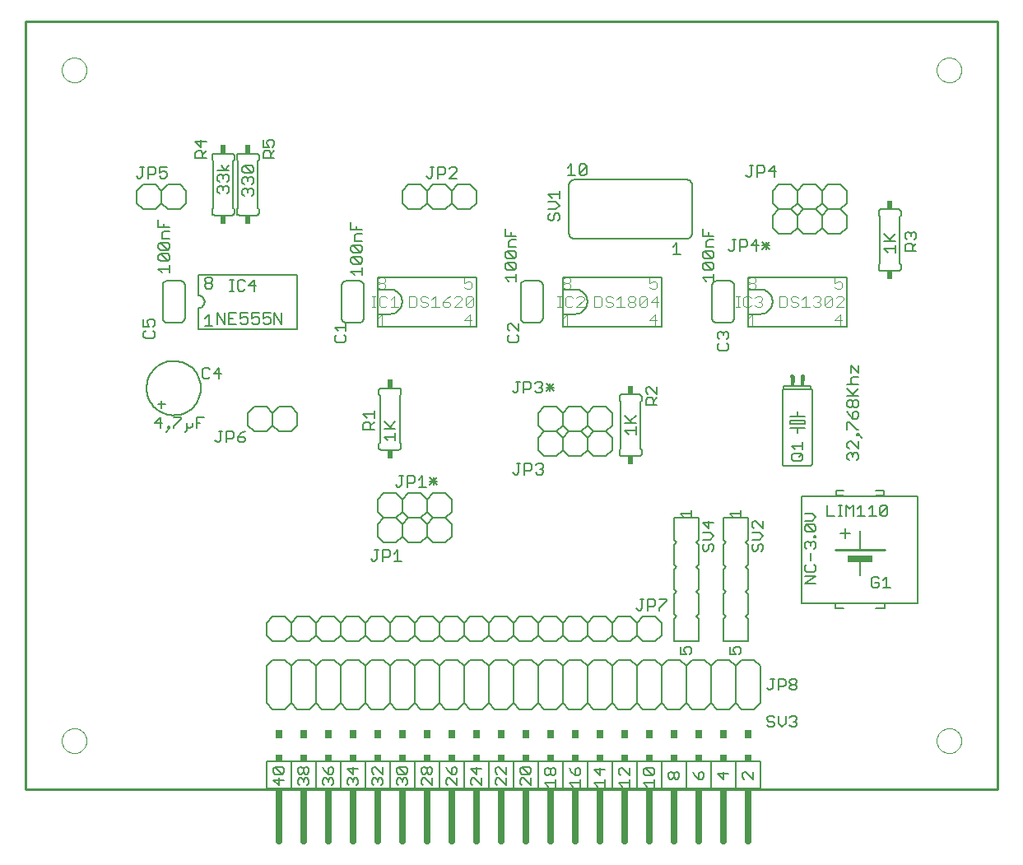
<source format=gbr>
G75*
G70*
%OFA0B0*%
%FSLAX24Y24*%
%IPPOS*%
%LPD*%
%AMOC8*
5,1,8,0,0,1.08239X$1,22.5*
%
%ADD10C,0.0100*%
%ADD11C,0.0000*%
%ADD12C,0.0050*%
%ADD13R,0.0260X0.0300*%
%ADD14C,0.0260*%
%ADD15R,0.0260X0.0260*%
%ADD16R,0.0260X0.0320*%
%ADD17R,0.0160X0.0230*%
%ADD18C,0.0160*%
%ADD19R,0.1000X0.0250*%
%ADD20C,0.0040*%
%ADD21R,0.0240X0.0340*%
D10*
X000151Y002338D02*
X000151Y033441D01*
X039521Y033441D01*
X039521Y002338D01*
X039526Y002338D01*
X039521Y002338D02*
X000156Y002338D01*
X032933Y012053D02*
X033933Y012053D01*
X034933Y012053D01*
D11*
X037053Y004307D02*
X037055Y004352D01*
X037061Y004398D01*
X037072Y004442D01*
X037086Y004485D01*
X037104Y004527D01*
X037126Y004567D01*
X037151Y004605D01*
X037180Y004640D01*
X037212Y004672D01*
X037246Y004702D01*
X037284Y004728D01*
X037323Y004751D01*
X037364Y004770D01*
X037407Y004785D01*
X037451Y004797D01*
X037496Y004804D01*
X037542Y004807D01*
X037587Y004806D01*
X037632Y004801D01*
X037677Y004791D01*
X037720Y004778D01*
X037763Y004761D01*
X037803Y004740D01*
X037841Y004715D01*
X037877Y004688D01*
X037911Y004657D01*
X037941Y004623D01*
X037968Y004586D01*
X037992Y004547D01*
X038012Y004506D01*
X038028Y004464D01*
X038040Y004420D01*
X038048Y004375D01*
X038052Y004330D01*
X038052Y004284D01*
X038048Y004239D01*
X038040Y004194D01*
X038028Y004150D01*
X038012Y004108D01*
X037992Y004067D01*
X037968Y004028D01*
X037941Y003991D01*
X037911Y003957D01*
X037877Y003926D01*
X037841Y003899D01*
X037803Y003874D01*
X037763Y003853D01*
X037720Y003836D01*
X037677Y003823D01*
X037632Y003813D01*
X037587Y003808D01*
X037542Y003807D01*
X037496Y003810D01*
X037451Y003817D01*
X037407Y003829D01*
X037364Y003844D01*
X037323Y003863D01*
X037284Y003886D01*
X037246Y003912D01*
X037212Y003942D01*
X037180Y003974D01*
X037151Y004009D01*
X037126Y004047D01*
X037104Y004087D01*
X037086Y004129D01*
X037072Y004172D01*
X037061Y004216D01*
X037055Y004262D01*
X037053Y004307D01*
X037053Y031472D02*
X037055Y031517D01*
X037061Y031563D01*
X037072Y031607D01*
X037086Y031650D01*
X037104Y031692D01*
X037126Y031732D01*
X037151Y031770D01*
X037180Y031805D01*
X037212Y031837D01*
X037246Y031867D01*
X037284Y031893D01*
X037323Y031916D01*
X037364Y031935D01*
X037407Y031950D01*
X037451Y031962D01*
X037496Y031969D01*
X037542Y031972D01*
X037587Y031971D01*
X037632Y031966D01*
X037677Y031956D01*
X037720Y031943D01*
X037763Y031926D01*
X037803Y031905D01*
X037841Y031880D01*
X037877Y031853D01*
X037911Y031822D01*
X037941Y031788D01*
X037968Y031751D01*
X037992Y031712D01*
X038012Y031671D01*
X038028Y031629D01*
X038040Y031585D01*
X038048Y031540D01*
X038052Y031495D01*
X038052Y031449D01*
X038048Y031404D01*
X038040Y031359D01*
X038028Y031315D01*
X038012Y031273D01*
X037992Y031232D01*
X037968Y031193D01*
X037941Y031156D01*
X037911Y031122D01*
X037877Y031091D01*
X037841Y031064D01*
X037803Y031039D01*
X037763Y031018D01*
X037720Y031001D01*
X037677Y030988D01*
X037632Y030978D01*
X037587Y030973D01*
X037542Y030972D01*
X037496Y030975D01*
X037451Y030982D01*
X037407Y030994D01*
X037364Y031009D01*
X037323Y031028D01*
X037284Y031051D01*
X037246Y031077D01*
X037212Y031107D01*
X037180Y031139D01*
X037151Y031174D01*
X037126Y031212D01*
X037104Y031252D01*
X037086Y031294D01*
X037072Y031337D01*
X037061Y031381D01*
X037055Y031427D01*
X037053Y031472D01*
X001620Y031472D02*
X001622Y031517D01*
X001628Y031563D01*
X001639Y031607D01*
X001653Y031650D01*
X001671Y031692D01*
X001693Y031732D01*
X001718Y031770D01*
X001747Y031805D01*
X001779Y031837D01*
X001813Y031867D01*
X001851Y031893D01*
X001890Y031916D01*
X001931Y031935D01*
X001974Y031950D01*
X002018Y031962D01*
X002063Y031969D01*
X002109Y031972D01*
X002154Y031971D01*
X002199Y031966D01*
X002244Y031956D01*
X002287Y031943D01*
X002330Y031926D01*
X002370Y031905D01*
X002408Y031880D01*
X002444Y031853D01*
X002478Y031822D01*
X002508Y031788D01*
X002535Y031751D01*
X002559Y031712D01*
X002579Y031671D01*
X002595Y031629D01*
X002607Y031585D01*
X002615Y031540D01*
X002619Y031495D01*
X002619Y031449D01*
X002615Y031404D01*
X002607Y031359D01*
X002595Y031315D01*
X002579Y031273D01*
X002559Y031232D01*
X002535Y031193D01*
X002508Y031156D01*
X002478Y031122D01*
X002444Y031091D01*
X002408Y031064D01*
X002370Y031039D01*
X002330Y031018D01*
X002287Y031001D01*
X002244Y030988D01*
X002199Y030978D01*
X002154Y030973D01*
X002109Y030972D01*
X002063Y030975D01*
X002018Y030982D01*
X001974Y030994D01*
X001931Y031009D01*
X001890Y031028D01*
X001851Y031051D01*
X001813Y031077D01*
X001779Y031107D01*
X001747Y031139D01*
X001718Y031174D01*
X001693Y031212D01*
X001671Y031252D01*
X001653Y031294D01*
X001639Y031337D01*
X001628Y031381D01*
X001622Y031427D01*
X001620Y031472D01*
X001620Y004307D02*
X001622Y004352D01*
X001628Y004398D01*
X001639Y004442D01*
X001653Y004485D01*
X001671Y004527D01*
X001693Y004567D01*
X001718Y004605D01*
X001747Y004640D01*
X001779Y004672D01*
X001813Y004702D01*
X001851Y004728D01*
X001890Y004751D01*
X001931Y004770D01*
X001974Y004785D01*
X002018Y004797D01*
X002063Y004804D01*
X002109Y004807D01*
X002154Y004806D01*
X002199Y004801D01*
X002244Y004791D01*
X002287Y004778D01*
X002330Y004761D01*
X002370Y004740D01*
X002408Y004715D01*
X002444Y004688D01*
X002478Y004657D01*
X002508Y004623D01*
X002535Y004586D01*
X002559Y004547D01*
X002579Y004506D01*
X002595Y004464D01*
X002607Y004420D01*
X002615Y004375D01*
X002619Y004330D01*
X002619Y004284D01*
X002615Y004239D01*
X002607Y004194D01*
X002595Y004150D01*
X002579Y004108D01*
X002559Y004067D01*
X002535Y004028D01*
X002508Y003991D01*
X002478Y003957D01*
X002444Y003926D01*
X002408Y003899D01*
X002370Y003874D01*
X002330Y003853D01*
X002287Y003836D01*
X002244Y003823D01*
X002199Y003813D01*
X002154Y003808D01*
X002109Y003807D01*
X002063Y003810D01*
X002018Y003817D01*
X001974Y003829D01*
X001931Y003844D01*
X001890Y003863D01*
X001851Y003886D01*
X001813Y003912D01*
X001779Y003942D01*
X001747Y003974D01*
X001718Y004009D01*
X001693Y004047D01*
X001671Y004087D01*
X001653Y004129D01*
X001639Y004172D01*
X001628Y004216D01*
X001622Y004262D01*
X001620Y004307D01*
D12*
X009901Y003488D02*
X009901Y002388D01*
X010901Y002388D01*
X011901Y002388D01*
X012901Y002388D01*
X013901Y002388D01*
X014901Y002388D01*
X015901Y002388D01*
X016901Y002388D01*
X017901Y002388D01*
X018901Y002388D01*
X019901Y002388D01*
X020901Y002388D01*
X021901Y002388D01*
X022901Y002388D01*
X023901Y002388D01*
X024901Y002388D01*
X025901Y002388D01*
X026901Y002388D01*
X027901Y002388D01*
X028901Y002388D01*
X029901Y002388D01*
X029901Y003488D01*
X028901Y003488D01*
X027901Y003488D01*
X027901Y002388D01*
X027551Y002753D02*
X027626Y002828D01*
X027626Y002978D01*
X027551Y003053D01*
X027476Y003053D01*
X027401Y002978D01*
X027401Y002753D01*
X027551Y002753D01*
X027401Y002753D02*
X027251Y002903D01*
X027176Y003053D01*
X026901Y003488D02*
X027901Y003488D01*
X028401Y003053D02*
X028401Y002753D01*
X028176Y002978D01*
X028626Y002978D01*
X029176Y002978D02*
X029251Y003053D01*
X029326Y003053D01*
X029626Y002753D01*
X029626Y003053D01*
X029176Y002978D02*
X029176Y002828D01*
X029251Y002753D01*
X028901Y002388D02*
X028901Y003488D01*
X030251Y004863D02*
X030176Y004938D01*
X030251Y004863D02*
X030401Y004863D01*
X030476Y004938D01*
X030476Y005013D01*
X030401Y005088D01*
X030251Y005088D01*
X030176Y005164D01*
X030176Y005239D01*
X030251Y005314D01*
X030401Y005314D01*
X030476Y005239D01*
X030637Y005314D02*
X030637Y005013D01*
X030787Y004863D01*
X030937Y005013D01*
X030937Y005314D01*
X031097Y005239D02*
X031172Y005314D01*
X031322Y005314D01*
X031397Y005239D01*
X031397Y005164D01*
X031322Y005088D01*
X031397Y005013D01*
X031397Y004938D01*
X031322Y004863D01*
X031172Y004863D01*
X031097Y004938D01*
X031247Y005088D02*
X031322Y005088D01*
X031322Y006363D02*
X031172Y006363D01*
X031097Y006438D01*
X031097Y006513D01*
X031172Y006588D01*
X031322Y006588D01*
X031397Y006513D01*
X031397Y006438D01*
X031322Y006363D01*
X031322Y006588D02*
X031397Y006664D01*
X031397Y006739D01*
X031322Y006814D01*
X031172Y006814D01*
X031097Y006739D01*
X031097Y006664D01*
X031172Y006588D01*
X030937Y006588D02*
X030937Y006739D01*
X030862Y006814D01*
X030637Y006814D01*
X030637Y006363D01*
X030637Y006513D02*
X030862Y006513D01*
X030937Y006588D01*
X030476Y006814D02*
X030326Y006814D01*
X030401Y006814D02*
X030401Y006438D01*
X030326Y006363D01*
X030251Y006363D01*
X030176Y006438D01*
X029901Y005838D02*
X029901Y007338D01*
X029651Y007588D01*
X029151Y007588D01*
X028901Y007338D01*
X028901Y005838D01*
X029151Y005588D01*
X029651Y005588D01*
X029901Y005838D01*
X028901Y005838D02*
X028651Y005588D01*
X028151Y005588D01*
X027901Y005838D01*
X027901Y007338D01*
X028151Y007588D01*
X028651Y007588D01*
X028901Y007338D01*
X028901Y007803D02*
X028826Y007953D01*
X028826Y008028D01*
X028901Y008103D01*
X029051Y008103D01*
X029126Y008028D01*
X029126Y007878D01*
X029051Y007803D01*
X028901Y007803D02*
X028676Y007803D01*
X028676Y008103D01*
X028401Y008338D02*
X029401Y008338D01*
X029401Y009238D01*
X029301Y009338D01*
X029401Y009438D01*
X029401Y010238D01*
X029301Y010338D01*
X029401Y010438D01*
X029401Y011238D01*
X029301Y011338D01*
X029401Y011438D01*
X029401Y012238D01*
X029301Y012338D01*
X029401Y012438D01*
X029401Y013338D01*
X028401Y013338D01*
X028401Y012438D01*
X028501Y012338D01*
X028401Y012238D01*
X028401Y011438D01*
X028501Y011338D01*
X028401Y011238D01*
X028401Y010438D01*
X028501Y010338D01*
X028401Y010238D01*
X028401Y009438D01*
X028501Y009338D01*
X028401Y009238D01*
X028401Y008338D01*
X027401Y008338D02*
X027401Y009238D01*
X027301Y009338D01*
X027401Y009438D01*
X027401Y010238D01*
X027301Y010338D01*
X027401Y010438D01*
X027401Y011238D01*
X027301Y011338D01*
X027401Y011438D01*
X027401Y012238D01*
X027301Y012338D01*
X027401Y012438D01*
X027401Y013338D01*
X026401Y013338D01*
X026401Y012438D01*
X026501Y012338D01*
X026401Y012238D01*
X026401Y011438D01*
X026501Y011338D01*
X026401Y011238D01*
X026401Y010438D01*
X026501Y010338D01*
X026401Y010238D01*
X026401Y009438D01*
X026501Y009338D01*
X026401Y009238D01*
X026401Y008338D01*
X027401Y008338D01*
X027126Y008028D02*
X027126Y007878D01*
X027051Y007803D01*
X026901Y007803D02*
X026826Y007953D01*
X026826Y008028D01*
X026901Y008103D01*
X027051Y008103D01*
X027126Y008028D01*
X026901Y007803D02*
X026676Y007803D01*
X026676Y008103D01*
X026651Y007588D02*
X026151Y007588D01*
X025901Y007338D01*
X025901Y005838D01*
X025651Y005588D01*
X025151Y005588D01*
X024901Y005838D01*
X024901Y007338D01*
X025151Y007588D01*
X025651Y007588D01*
X025901Y007338D01*
X026651Y007588D02*
X026901Y007338D01*
X026901Y005838D01*
X026651Y005588D01*
X026151Y005588D01*
X025901Y005838D01*
X026901Y005838D02*
X027151Y005588D01*
X027651Y005588D01*
X027901Y005838D01*
X027901Y007338D02*
X027651Y007588D01*
X027151Y007588D01*
X026901Y007338D01*
X025651Y008338D02*
X025151Y008338D01*
X024901Y008588D01*
X024651Y008338D01*
X024151Y008338D01*
X023901Y008588D01*
X023651Y008338D01*
X023151Y008338D01*
X022901Y008588D01*
X022651Y008338D01*
X022151Y008338D01*
X021901Y008588D01*
X021651Y008338D01*
X021151Y008338D01*
X020901Y008588D01*
X020651Y008338D01*
X020151Y008338D01*
X019901Y008588D01*
X019651Y008338D01*
X019151Y008338D01*
X018901Y008588D01*
X018651Y008338D01*
X018151Y008338D01*
X017901Y008588D01*
X017651Y008338D01*
X017151Y008338D01*
X016901Y008588D01*
X016651Y008338D01*
X016151Y008338D01*
X015901Y008588D01*
X015651Y008338D01*
X015151Y008338D01*
X014901Y008588D01*
X014651Y008338D01*
X014151Y008338D01*
X013901Y008588D01*
X013651Y008338D01*
X013151Y008338D01*
X012901Y008588D01*
X012651Y008338D01*
X012151Y008338D01*
X011901Y008588D01*
X011651Y008338D01*
X011151Y008338D01*
X010901Y008588D01*
X010651Y008338D01*
X010151Y008338D01*
X009901Y008588D01*
X009901Y009088D01*
X010151Y009338D01*
X010651Y009338D01*
X010901Y009088D01*
X011151Y009338D01*
X011651Y009338D01*
X011901Y009088D01*
X011901Y008588D01*
X011901Y009088D02*
X012151Y009338D01*
X012651Y009338D01*
X012901Y009088D01*
X013151Y009338D01*
X013651Y009338D01*
X013901Y009088D01*
X014151Y009338D01*
X014651Y009338D01*
X014901Y009088D01*
X014901Y008588D01*
X014901Y009088D02*
X015151Y009338D01*
X015651Y009338D01*
X015901Y009088D01*
X016151Y009338D01*
X016651Y009338D01*
X016901Y009088D01*
X017151Y009338D01*
X017651Y009338D01*
X017901Y009088D01*
X017901Y008588D01*
X017901Y009088D02*
X018151Y009338D01*
X018651Y009338D01*
X018901Y009088D01*
X019151Y009338D01*
X019651Y009338D01*
X019901Y009088D01*
X020151Y009338D01*
X020651Y009338D01*
X020901Y009088D01*
X020901Y008588D01*
X020901Y009088D02*
X021151Y009338D01*
X021651Y009338D01*
X021901Y009088D01*
X022151Y009338D01*
X022651Y009338D01*
X022901Y009088D01*
X023151Y009338D01*
X023651Y009338D01*
X023901Y009088D01*
X023901Y008588D01*
X023901Y009088D02*
X024151Y009338D01*
X024651Y009338D01*
X024901Y009088D01*
X025151Y009338D01*
X025651Y009338D01*
X025901Y009088D01*
X025901Y008588D01*
X025651Y008338D01*
X024901Y008588D02*
X024901Y009088D01*
X024971Y009583D02*
X025046Y009583D01*
X025121Y009658D01*
X025121Y010034D01*
X025046Y010034D02*
X025196Y010034D01*
X025357Y010034D02*
X025582Y010034D01*
X025657Y009959D01*
X025657Y009808D01*
X025582Y009733D01*
X025357Y009733D01*
X025357Y009583D02*
X025357Y010034D01*
X024971Y009583D02*
X024896Y009658D01*
X025817Y009658D02*
X025817Y009583D01*
X025817Y009658D02*
X026117Y009959D01*
X026117Y010034D01*
X025817Y010034D01*
X027651Y011982D02*
X027726Y011982D01*
X027801Y012057D01*
X027801Y012207D01*
X027876Y012282D01*
X027951Y012282D01*
X028026Y012207D01*
X028026Y012057D01*
X027951Y011982D01*
X027651Y011982D02*
X027576Y012057D01*
X027576Y012207D01*
X027651Y012282D01*
X027576Y012442D02*
X027876Y012442D01*
X028026Y012593D01*
X027876Y012743D01*
X027576Y012743D01*
X027801Y012903D02*
X027801Y013203D01*
X028026Y013128D02*
X027576Y013128D01*
X027801Y012903D01*
X027126Y013353D02*
X027126Y013653D01*
X027126Y013503D02*
X026676Y013503D01*
X026826Y013353D01*
X028676Y013503D02*
X028826Y013353D01*
X028676Y013503D02*
X029126Y013503D01*
X029126Y013353D02*
X029126Y013653D01*
X029651Y013203D02*
X029576Y013128D01*
X029576Y012978D01*
X029651Y012903D01*
X029576Y012743D02*
X029876Y012743D01*
X030026Y012593D01*
X029876Y012442D01*
X029576Y012442D01*
X029651Y012282D02*
X029576Y012207D01*
X029576Y012057D01*
X029651Y011982D01*
X029726Y011982D01*
X029801Y012057D01*
X029801Y012207D01*
X029876Y012282D01*
X029951Y012282D01*
X030026Y012207D01*
X030026Y012057D01*
X029951Y011982D01*
X030026Y012903D02*
X029726Y013203D01*
X029651Y013203D01*
X030026Y013203D02*
X030026Y012903D01*
X031707Y012832D02*
X031707Y012982D01*
X031782Y013057D01*
X032083Y012757D01*
X032158Y012832D01*
X032158Y012982D01*
X032083Y013057D01*
X031782Y013057D01*
X031707Y013217D02*
X032008Y013217D01*
X032158Y013367D01*
X032008Y013517D01*
X031707Y013517D01*
X031707Y012832D02*
X031782Y012757D01*
X032083Y012757D01*
X032083Y012602D02*
X032158Y012602D01*
X032158Y012527D01*
X032083Y012527D01*
X032083Y012602D01*
X032083Y012367D02*
X032158Y012292D01*
X032158Y012141D01*
X032083Y012066D01*
X031933Y012216D02*
X031933Y012292D01*
X032008Y012367D01*
X032083Y012367D01*
X031933Y012292D02*
X031857Y012367D01*
X031782Y012367D01*
X031707Y012292D01*
X031707Y012141D01*
X031782Y012066D01*
X031933Y011906D02*
X031933Y011606D01*
X032083Y011446D02*
X032158Y011371D01*
X032158Y011221D01*
X032083Y011146D01*
X031782Y011146D01*
X031707Y011221D01*
X031707Y011371D01*
X031782Y011446D01*
X031707Y010986D02*
X032158Y010986D01*
X031707Y010685D01*
X032158Y010685D01*
X031570Y009887D02*
X036295Y009887D01*
X036295Y014218D01*
X031570Y014218D01*
X031570Y009887D01*
X032933Y009859D02*
X032933Y009659D01*
X033283Y009659D01*
X033283Y009859D02*
X032933Y009859D01*
X033933Y011003D02*
X033933Y011553D01*
X033933Y012053D02*
X033933Y012803D01*
X033533Y012703D02*
X033133Y012703D01*
X033333Y012503D02*
X033333Y012903D01*
X033379Y013395D02*
X033379Y013845D01*
X033529Y013695D01*
X033679Y013845D01*
X033679Y013395D01*
X033839Y013395D02*
X034139Y013395D01*
X033989Y013395D02*
X033989Y013845D01*
X033839Y013695D01*
X034300Y013695D02*
X034450Y013845D01*
X034450Y013395D01*
X034300Y013395D02*
X034600Y013395D01*
X034760Y013470D02*
X034835Y013395D01*
X034985Y013395D01*
X035060Y013470D01*
X035060Y013770D01*
X034760Y013470D01*
X034760Y013770D01*
X034835Y013845D01*
X034985Y013845D01*
X035060Y013770D01*
X034898Y014250D02*
X034898Y014450D01*
X034583Y014450D01*
X034583Y014250D02*
X034898Y014250D01*
X033283Y014250D02*
X032967Y014250D01*
X032967Y014450D01*
X033283Y014450D01*
X033222Y013845D02*
X033072Y013845D01*
X033147Y013845D02*
X033147Y013395D01*
X033072Y013395D02*
X033222Y013395D01*
X032912Y013395D02*
X032612Y013395D01*
X032612Y013845D01*
X031901Y015438D02*
X030901Y015438D01*
X030881Y015440D01*
X030863Y015446D01*
X030845Y015455D01*
X030830Y015467D01*
X030818Y015482D01*
X030809Y015500D01*
X030803Y015518D01*
X030801Y015538D01*
X030801Y018538D01*
X030851Y018538D01*
X031951Y018538D01*
X032001Y018538D01*
X032001Y015538D01*
X031999Y015518D01*
X031993Y015500D01*
X031984Y015482D01*
X031972Y015467D01*
X031957Y015455D01*
X031939Y015446D01*
X031921Y015440D01*
X031901Y015438D01*
X031626Y015718D02*
X031551Y015643D01*
X031251Y015643D01*
X031176Y015718D01*
X031176Y015868D01*
X031251Y015943D01*
X031551Y015943D01*
X031626Y015868D01*
X031626Y015718D01*
X031476Y015793D02*
X031626Y015943D01*
X031626Y016103D02*
X031626Y016403D01*
X031626Y016253D02*
X031176Y016253D01*
X031326Y016103D01*
X031401Y016788D02*
X031401Y016988D01*
X031101Y016988D01*
X031101Y017138D02*
X031701Y017138D01*
X031701Y017288D01*
X031101Y017288D01*
X031101Y017138D01*
X031101Y017438D02*
X031401Y017438D01*
X031401Y017638D01*
X031401Y017438D02*
X031701Y017438D01*
X031701Y016988D02*
X031401Y016988D01*
X030851Y018538D02*
X030851Y018688D01*
X031951Y018688D01*
X031951Y018538D01*
X033426Y018572D02*
X033726Y018272D01*
X033651Y018347D02*
X033876Y018572D01*
X033876Y018732D02*
X033426Y018732D01*
X033576Y018807D02*
X033576Y018957D01*
X033651Y019033D01*
X033876Y019033D01*
X033876Y019193D02*
X033876Y019493D01*
X033576Y019493D02*
X033576Y019193D01*
X033576Y019493D02*
X033876Y019193D01*
X033576Y018807D02*
X033651Y018732D01*
X033426Y018272D02*
X033876Y018272D01*
X033801Y018112D02*
X033876Y018037D01*
X033876Y017887D01*
X033801Y017812D01*
X033726Y017812D01*
X033651Y017887D01*
X033651Y018037D01*
X033726Y018112D01*
X033801Y018112D01*
X033651Y018037D02*
X033576Y018112D01*
X033501Y018112D01*
X033426Y018037D01*
X033426Y017887D01*
X033501Y017812D01*
X033576Y017812D01*
X033651Y017887D01*
X033726Y017651D02*
X033651Y017576D01*
X033651Y017351D01*
X033801Y017351D01*
X033876Y017426D01*
X033876Y017576D01*
X033801Y017651D01*
X033726Y017651D01*
X033501Y017501D02*
X033651Y017351D01*
X033501Y017501D02*
X033426Y017651D01*
X033426Y017191D02*
X033501Y017191D01*
X033801Y016891D01*
X033876Y016891D01*
X033876Y016734D02*
X033876Y016659D01*
X033801Y016659D01*
X033801Y016734D01*
X033876Y016734D01*
X034026Y016584D01*
X033876Y016424D02*
X033876Y016124D01*
X033576Y016424D01*
X033501Y016424D01*
X033426Y016349D01*
X033426Y016199D01*
X033501Y016124D01*
X033501Y015964D02*
X033576Y015964D01*
X033651Y015888D01*
X033726Y015964D01*
X033801Y015964D01*
X033876Y015888D01*
X033876Y015738D01*
X033801Y015663D01*
X033651Y015813D02*
X033651Y015888D01*
X033501Y015964D02*
X033426Y015888D01*
X033426Y015738D01*
X033501Y015663D01*
X033426Y016891D02*
X033426Y017191D01*
X033401Y021088D02*
X029401Y021088D01*
X029401Y021588D01*
X029901Y021588D01*
X029401Y021588D02*
X029401Y022588D01*
X029901Y022588D01*
X029401Y022588D02*
X029401Y023088D01*
X033401Y023088D01*
X033401Y021088D01*
X034801Y023338D02*
X035501Y023338D01*
X035521Y023340D01*
X035539Y023346D01*
X035557Y023355D01*
X035572Y023367D01*
X035584Y023382D01*
X035593Y023400D01*
X035599Y023418D01*
X035601Y023438D01*
X035601Y023588D01*
X035551Y023638D01*
X035551Y025538D01*
X035601Y025588D01*
X035601Y025738D01*
X035599Y025758D01*
X035593Y025776D01*
X035584Y025794D01*
X035572Y025809D01*
X035557Y025821D01*
X035539Y025830D01*
X035521Y025836D01*
X035501Y025838D01*
X034801Y025838D01*
X034781Y025836D01*
X034763Y025830D01*
X034745Y025821D01*
X034730Y025809D01*
X034718Y025794D01*
X034709Y025776D01*
X034703Y025758D01*
X034701Y025738D01*
X034701Y025588D01*
X034751Y025538D01*
X034751Y023638D01*
X034701Y023588D01*
X034701Y023438D01*
X034703Y023418D01*
X034709Y023400D01*
X034718Y023382D01*
X034730Y023367D01*
X034745Y023355D01*
X034763Y023346D01*
X034781Y023340D01*
X034801Y023338D01*
X035076Y024083D02*
X034926Y024233D01*
X035376Y024233D01*
X035376Y024083D02*
X035376Y024383D01*
X035376Y024543D02*
X034926Y024543D01*
X035151Y024618D02*
X035376Y024843D01*
X035226Y024543D02*
X034926Y024843D01*
X035776Y024828D02*
X035851Y024903D01*
X035926Y024903D01*
X036001Y024828D01*
X036076Y024903D01*
X036151Y024903D01*
X036226Y024828D01*
X036226Y024678D01*
X036151Y024603D01*
X036226Y024443D02*
X036076Y024293D01*
X036076Y024368D02*
X036076Y024143D01*
X036226Y024143D02*
X035776Y024143D01*
X035776Y024368D01*
X035851Y024443D01*
X036001Y024443D01*
X036076Y024368D01*
X035851Y024603D02*
X035776Y024678D01*
X035776Y024828D01*
X036001Y024828D02*
X036001Y024753D01*
X033401Y025088D02*
X033151Y024838D01*
X032651Y024838D01*
X032401Y025088D01*
X032151Y024838D01*
X031651Y024838D01*
X031401Y025088D01*
X031151Y024838D01*
X030651Y024838D01*
X030401Y025088D01*
X030401Y025588D01*
X030651Y025838D01*
X031151Y025838D01*
X031401Y025588D01*
X031651Y025838D01*
X032151Y025838D01*
X032401Y025588D01*
X032651Y025838D01*
X033151Y025838D01*
X033401Y025588D01*
X033401Y025088D01*
X033151Y025838D02*
X032651Y025838D01*
X032401Y026088D01*
X032151Y025838D01*
X031651Y025838D01*
X031401Y026088D01*
X031151Y025838D01*
X030651Y025838D01*
X030401Y026088D01*
X030401Y026588D01*
X030651Y026838D01*
X031151Y026838D01*
X031401Y026588D01*
X031651Y026838D01*
X032151Y026838D01*
X032401Y026588D01*
X032651Y026838D01*
X033151Y026838D01*
X033401Y026588D01*
X033401Y026088D01*
X033151Y025838D01*
X032401Y025588D02*
X032401Y025088D01*
X031401Y025088D02*
X031401Y025588D01*
X031401Y026088D02*
X031401Y026588D01*
X032401Y026588D02*
X032401Y026088D01*
X030471Y027143D02*
X030471Y027594D01*
X030246Y027368D01*
X030546Y027368D01*
X030086Y027368D02*
X030011Y027293D01*
X029785Y027293D01*
X029785Y027143D02*
X029785Y027594D01*
X030011Y027594D01*
X030086Y027519D01*
X030086Y027368D01*
X029625Y027594D02*
X029475Y027594D01*
X029550Y027594D02*
X029550Y027218D01*
X029475Y027143D01*
X029400Y027143D01*
X029325Y027218D01*
X027151Y026788D02*
X027151Y024888D01*
X027149Y024858D01*
X027144Y024828D01*
X027135Y024799D01*
X027122Y024772D01*
X027107Y024746D01*
X027088Y024722D01*
X027067Y024701D01*
X027043Y024682D01*
X027017Y024667D01*
X026990Y024654D01*
X026961Y024645D01*
X026931Y024640D01*
X026901Y024638D01*
X022401Y024638D01*
X022371Y024640D01*
X022341Y024645D01*
X022312Y024654D01*
X022285Y024667D01*
X022259Y024682D01*
X022235Y024701D01*
X022214Y024722D01*
X022195Y024746D01*
X022180Y024772D01*
X022167Y024799D01*
X022158Y024828D01*
X022153Y024858D01*
X022151Y024888D01*
X022151Y026788D01*
X022153Y026818D01*
X022158Y026848D01*
X022167Y026877D01*
X022180Y026904D01*
X022195Y026930D01*
X022214Y026954D01*
X022235Y026975D01*
X022259Y026994D01*
X022285Y027009D01*
X022312Y027022D01*
X022341Y027031D01*
X022371Y027036D01*
X022401Y027038D01*
X026901Y027038D01*
X026931Y027036D01*
X026961Y027031D01*
X026990Y027022D01*
X027017Y027009D01*
X027043Y026994D01*
X027067Y026975D01*
X027088Y026954D01*
X027107Y026930D01*
X027122Y026904D01*
X027135Y026877D01*
X027144Y026848D01*
X027149Y026818D01*
X027151Y026788D01*
X027576Y025053D02*
X027576Y024753D01*
X028026Y024753D01*
X028026Y024593D02*
X027801Y024593D01*
X027726Y024518D01*
X027726Y024292D01*
X028026Y024292D01*
X027951Y024132D02*
X027651Y024132D01*
X027951Y023832D01*
X028026Y023907D01*
X028026Y024057D01*
X027951Y024132D01*
X027951Y023832D02*
X027651Y023832D01*
X027576Y023907D01*
X027576Y024057D01*
X027651Y024132D01*
X027651Y023672D02*
X027951Y023372D01*
X028026Y023447D01*
X028026Y023597D01*
X027951Y023672D01*
X027651Y023672D01*
X027576Y023597D01*
X027576Y023447D01*
X027651Y023372D01*
X027951Y023372D01*
X028026Y023212D02*
X028026Y022911D01*
X028151Y022938D02*
X028651Y022938D01*
X028677Y022936D01*
X028703Y022931D01*
X028728Y022923D01*
X028751Y022911D01*
X028773Y022897D01*
X028792Y022879D01*
X028810Y022860D01*
X028824Y022838D01*
X028836Y022815D01*
X028844Y022790D01*
X028849Y022764D01*
X028851Y022738D01*
X028851Y021438D01*
X028849Y021412D01*
X028844Y021386D01*
X028836Y021361D01*
X028824Y021338D01*
X028810Y021316D01*
X028792Y021297D01*
X028773Y021279D01*
X028751Y021265D01*
X028728Y021253D01*
X028703Y021245D01*
X028677Y021240D01*
X028651Y021238D01*
X028151Y021238D01*
X028125Y021240D01*
X028099Y021245D01*
X028074Y021253D01*
X028051Y021265D01*
X028029Y021279D01*
X028010Y021297D01*
X027992Y021316D01*
X027978Y021338D01*
X027966Y021361D01*
X027958Y021386D01*
X027953Y021412D01*
X027951Y021438D01*
X027951Y022738D01*
X027953Y022764D01*
X027958Y022790D01*
X027966Y022815D01*
X027978Y022838D01*
X027992Y022860D01*
X028010Y022879D01*
X028029Y022897D01*
X028051Y022911D01*
X028074Y022923D01*
X028099Y022931D01*
X028125Y022936D01*
X028151Y022938D01*
X028026Y023061D02*
X027576Y023061D01*
X027726Y022911D01*
X026666Y024013D02*
X026366Y024013D01*
X026516Y024013D02*
X026516Y024464D01*
X026366Y024314D01*
X025901Y023088D02*
X021901Y023088D01*
X021901Y022588D01*
X022401Y022588D01*
X021901Y022588D02*
X021901Y021588D01*
X022401Y021588D01*
X021901Y021588D02*
X021901Y021088D01*
X025901Y021088D01*
X025901Y023088D01*
X027801Y024753D02*
X027801Y024903D01*
X028765Y024594D02*
X028915Y024594D01*
X028840Y024594D02*
X028840Y024218D01*
X028765Y024143D01*
X028690Y024143D01*
X028615Y024218D01*
X029075Y024143D02*
X029075Y024594D01*
X029300Y024594D01*
X029375Y024519D01*
X029375Y024368D01*
X029300Y024293D01*
X029075Y024293D01*
X029535Y024368D02*
X029836Y024368D01*
X029996Y024368D02*
X030296Y024368D01*
X030296Y024218D02*
X029996Y024519D01*
X030146Y024519D02*
X030146Y024218D01*
X029996Y024218D02*
X030296Y024519D01*
X029761Y024594D02*
X029761Y024143D01*
X029535Y024368D02*
X029761Y024594D01*
X029901Y022588D02*
X029945Y022586D01*
X029988Y022580D01*
X030030Y022571D01*
X030072Y022558D01*
X030112Y022541D01*
X030151Y022521D01*
X030188Y022498D01*
X030222Y022471D01*
X030255Y022442D01*
X030284Y022409D01*
X030311Y022375D01*
X030334Y022338D01*
X030354Y022299D01*
X030371Y022259D01*
X030384Y022217D01*
X030393Y022175D01*
X030399Y022132D01*
X030401Y022088D01*
X030399Y022044D01*
X030393Y022001D01*
X030384Y021959D01*
X030371Y021917D01*
X030354Y021877D01*
X030334Y021838D01*
X030311Y021801D01*
X030284Y021767D01*
X030255Y021734D01*
X030222Y021705D01*
X030188Y021678D01*
X030151Y021655D01*
X030112Y021635D01*
X030072Y021618D01*
X030030Y021605D01*
X029988Y021596D01*
X029945Y021590D01*
X029901Y021588D01*
X028626Y020799D02*
X028626Y020649D01*
X028551Y020574D01*
X028551Y020414D02*
X028626Y020338D01*
X028626Y020188D01*
X028551Y020113D01*
X028251Y020113D01*
X028176Y020188D01*
X028176Y020338D01*
X028251Y020414D01*
X028251Y020574D02*
X028176Y020649D01*
X028176Y020799D01*
X028251Y020874D01*
X028326Y020874D01*
X028401Y020799D01*
X028476Y020874D01*
X028551Y020874D01*
X028626Y020799D01*
X028401Y020799D02*
X028401Y020724D01*
X025726Y018653D02*
X025726Y018353D01*
X025426Y018653D01*
X025351Y018653D01*
X025276Y018578D01*
X025276Y018428D01*
X025351Y018353D01*
X025351Y018193D02*
X025501Y018193D01*
X025576Y018118D01*
X025576Y017893D01*
X025576Y018043D02*
X025726Y018193D01*
X025726Y017893D02*
X025276Y017893D01*
X025276Y018118D01*
X025351Y018193D01*
X025101Y018238D02*
X025101Y018088D01*
X025051Y018038D01*
X025051Y016138D01*
X025101Y016088D01*
X025101Y015938D01*
X025099Y015918D01*
X025093Y015900D01*
X025084Y015882D01*
X025072Y015867D01*
X025057Y015855D01*
X025039Y015846D01*
X025021Y015840D01*
X025001Y015838D01*
X024301Y015838D01*
X024281Y015840D01*
X024263Y015846D01*
X024245Y015855D01*
X024230Y015867D01*
X024218Y015882D01*
X024209Y015900D01*
X024203Y015918D01*
X024201Y015938D01*
X024201Y016088D01*
X024251Y016138D01*
X024251Y018038D01*
X024201Y018088D01*
X024201Y018238D01*
X024203Y018258D01*
X024209Y018276D01*
X024218Y018294D01*
X024230Y018309D01*
X024245Y018321D01*
X024263Y018330D01*
X024281Y018336D01*
X024301Y018338D01*
X025001Y018338D01*
X025021Y018336D01*
X025039Y018330D01*
X025057Y018321D01*
X025072Y018309D01*
X025084Y018294D01*
X025093Y018276D01*
X025099Y018258D01*
X025101Y018238D01*
X024876Y017484D02*
X024651Y017259D01*
X024726Y017184D02*
X024426Y017484D01*
X024426Y017184D02*
X024876Y017184D01*
X024876Y017024D02*
X024876Y016723D01*
X024876Y016873D02*
X024426Y016873D01*
X024576Y016723D01*
X023901Y016588D02*
X023901Y016088D01*
X023651Y015838D01*
X023151Y015838D01*
X022901Y016088D01*
X022651Y015838D01*
X022151Y015838D01*
X021901Y016088D01*
X021651Y015838D01*
X021151Y015838D01*
X020901Y016088D01*
X020901Y016588D01*
X021151Y016838D01*
X021651Y016838D01*
X021901Y016588D01*
X022151Y016838D01*
X022651Y016838D01*
X022901Y016588D01*
X023151Y016838D01*
X023651Y016838D01*
X023901Y016588D01*
X023651Y016838D02*
X023151Y016838D01*
X022901Y017088D01*
X022651Y016838D01*
X022151Y016838D01*
X021901Y017088D01*
X021651Y016838D01*
X021151Y016838D01*
X020901Y017088D01*
X020901Y017588D01*
X021151Y017838D01*
X021651Y017838D01*
X021901Y017588D01*
X022151Y017838D01*
X022651Y017838D01*
X022901Y017588D01*
X023151Y017838D01*
X023651Y017838D01*
X023901Y017588D01*
X023901Y017088D01*
X023651Y016838D01*
X022901Y016588D02*
X022901Y016088D01*
X021901Y016088D02*
X021901Y016588D01*
X021901Y017088D02*
X021901Y017588D01*
X021546Y018468D02*
X021246Y018769D01*
X021396Y018769D02*
X021396Y018468D01*
X021246Y018468D02*
X021546Y018769D01*
X021546Y018618D02*
X021246Y018618D01*
X021086Y018543D02*
X021086Y018468D01*
X021011Y018393D01*
X020860Y018393D01*
X020785Y018468D01*
X020935Y018618D02*
X021011Y018618D01*
X021086Y018543D01*
X021011Y018618D02*
X021086Y018694D01*
X021086Y018769D01*
X021011Y018844D01*
X020860Y018844D01*
X020785Y018769D01*
X020625Y018769D02*
X020550Y018844D01*
X020325Y018844D01*
X020325Y018393D01*
X020325Y018543D02*
X020550Y018543D01*
X020625Y018618D01*
X020625Y018769D01*
X020165Y018844D02*
X020015Y018844D01*
X020090Y018844D02*
X020090Y018468D01*
X020015Y018393D01*
X019940Y018393D01*
X019865Y018468D01*
X019751Y020443D02*
X020051Y020443D01*
X020126Y020518D01*
X020126Y020668D01*
X020051Y020743D01*
X020126Y020903D02*
X019826Y021203D01*
X019751Y021203D01*
X019676Y021128D01*
X019676Y020978D01*
X019751Y020903D01*
X019751Y020743D02*
X019676Y020668D01*
X019676Y020518D01*
X019751Y020443D01*
X020126Y020903D02*
X020126Y021203D01*
X020201Y021438D02*
X020201Y022738D01*
X020203Y022764D01*
X020208Y022790D01*
X020216Y022815D01*
X020228Y022838D01*
X020242Y022860D01*
X020260Y022879D01*
X020279Y022897D01*
X020301Y022911D01*
X020324Y022923D01*
X020349Y022931D01*
X020375Y022936D01*
X020401Y022938D01*
X020901Y022938D01*
X020927Y022936D01*
X020953Y022931D01*
X020978Y022923D01*
X021001Y022911D01*
X021023Y022897D01*
X021042Y022879D01*
X021060Y022860D01*
X021074Y022838D01*
X021086Y022815D01*
X021094Y022790D01*
X021099Y022764D01*
X021101Y022738D01*
X021101Y021438D01*
X021099Y021412D01*
X021094Y021386D01*
X021086Y021361D01*
X021074Y021338D01*
X021060Y021316D01*
X021042Y021297D01*
X021023Y021279D01*
X021001Y021265D01*
X020978Y021253D01*
X020953Y021245D01*
X020927Y021240D01*
X020901Y021238D01*
X020401Y021238D01*
X020375Y021240D01*
X020349Y021245D01*
X020324Y021253D01*
X020301Y021265D01*
X020279Y021279D01*
X020260Y021297D01*
X020242Y021316D01*
X020228Y021338D01*
X020216Y021361D01*
X020208Y021386D01*
X020203Y021412D01*
X020201Y021438D01*
X018401Y021088D02*
X018401Y023088D01*
X014401Y023088D01*
X014401Y022588D01*
X014901Y022588D01*
X014401Y022588D02*
X014401Y021588D01*
X014901Y021588D01*
X014401Y021588D02*
X014401Y021088D01*
X018401Y021088D01*
X019726Y022911D02*
X019576Y023061D01*
X020026Y023061D01*
X020026Y022911D02*
X020026Y023212D01*
X019951Y023372D02*
X019651Y023672D01*
X019951Y023672D01*
X020026Y023597D01*
X020026Y023447D01*
X019951Y023372D01*
X019651Y023372D01*
X019576Y023447D01*
X019576Y023597D01*
X019651Y023672D01*
X019651Y023832D02*
X019576Y023907D01*
X019576Y024057D01*
X019651Y024132D01*
X019951Y023832D01*
X020026Y023907D01*
X020026Y024057D01*
X019951Y024132D01*
X019651Y024132D01*
X019726Y024292D02*
X019726Y024518D01*
X019801Y024593D01*
X020026Y024593D01*
X020026Y024753D02*
X019576Y024753D01*
X019576Y025053D01*
X019801Y024903D02*
X019801Y024753D01*
X019726Y024292D02*
X020026Y024292D01*
X019951Y023832D02*
X019651Y023832D01*
X021326Y025438D02*
X021401Y025363D01*
X021476Y025363D01*
X021551Y025438D01*
X021551Y025588D01*
X021626Y025664D01*
X021701Y025664D01*
X021776Y025588D01*
X021776Y025438D01*
X021701Y025363D01*
X021326Y025438D02*
X021326Y025588D01*
X021401Y025664D01*
X021326Y025824D02*
X021626Y025824D01*
X021776Y025974D01*
X021626Y026124D01*
X021326Y026124D01*
X021476Y026284D02*
X021326Y026434D01*
X021776Y026434D01*
X021776Y026284D02*
X021776Y026584D01*
X022105Y027213D02*
X022406Y027213D01*
X022256Y027213D02*
X022256Y027664D01*
X022105Y027514D01*
X022566Y027589D02*
X022641Y027664D01*
X022791Y027664D01*
X022866Y027589D01*
X022566Y027288D01*
X022641Y027213D01*
X022791Y027213D01*
X022866Y027288D01*
X022866Y027589D01*
X022566Y027589D02*
X022566Y027288D01*
X018401Y026588D02*
X018401Y026088D01*
X018151Y025838D01*
X017651Y025838D01*
X017401Y026088D01*
X017151Y025838D01*
X016651Y025838D01*
X016401Y026088D01*
X016151Y025838D01*
X015651Y025838D01*
X015401Y026088D01*
X015401Y026588D01*
X015651Y026838D01*
X016151Y026838D01*
X016401Y026588D01*
X016651Y026838D01*
X017151Y026838D01*
X017401Y026588D01*
X017651Y026838D01*
X018151Y026838D01*
X018401Y026588D01*
X017617Y027083D02*
X017317Y027083D01*
X017617Y027384D01*
X017617Y027459D01*
X017542Y027534D01*
X017392Y027534D01*
X017317Y027459D01*
X017157Y027459D02*
X017157Y027308D01*
X017082Y027233D01*
X016857Y027233D01*
X016857Y027083D02*
X016857Y027534D01*
X017082Y027534D01*
X017157Y027459D01*
X016696Y027534D02*
X016546Y027534D01*
X016621Y027534D02*
X016621Y027158D01*
X016546Y027083D01*
X016471Y027083D01*
X016396Y027158D01*
X016401Y026588D02*
X016401Y026088D01*
X017401Y026088D02*
X017401Y026588D01*
X013776Y025003D02*
X013326Y025003D01*
X013326Y025303D01*
X013551Y025153D02*
X013551Y025003D01*
X013551Y024843D02*
X013476Y024768D01*
X013476Y024542D01*
X013776Y024542D01*
X013701Y024382D02*
X013401Y024382D01*
X013701Y024082D01*
X013776Y024157D01*
X013776Y024307D01*
X013701Y024382D01*
X013701Y024082D02*
X013401Y024082D01*
X013326Y024157D01*
X013326Y024307D01*
X013401Y024382D01*
X013401Y023922D02*
X013701Y023622D01*
X013776Y023697D01*
X013776Y023847D01*
X013701Y023922D01*
X013401Y023922D01*
X013326Y023847D01*
X013326Y023697D01*
X013401Y023622D01*
X013701Y023622D01*
X013776Y023462D02*
X013776Y023161D01*
X013776Y023311D02*
X013326Y023311D01*
X013476Y023161D01*
X013651Y022938D02*
X013151Y022938D01*
X013125Y022936D01*
X013099Y022931D01*
X013074Y022923D01*
X013051Y022911D01*
X013029Y022897D01*
X013010Y022879D01*
X012992Y022860D01*
X012978Y022838D01*
X012966Y022815D01*
X012958Y022790D01*
X012953Y022764D01*
X012951Y022738D01*
X012951Y021438D01*
X012953Y021412D01*
X012958Y021386D01*
X012966Y021361D01*
X012978Y021338D01*
X012992Y021316D01*
X013010Y021297D01*
X013029Y021279D01*
X013051Y021265D01*
X013074Y021253D01*
X013099Y021245D01*
X013125Y021240D01*
X013151Y021238D01*
X013651Y021238D01*
X013677Y021240D01*
X013703Y021245D01*
X013728Y021253D01*
X013751Y021265D01*
X013773Y021279D01*
X013792Y021297D01*
X013810Y021316D01*
X013824Y021338D01*
X013836Y021361D01*
X013844Y021386D01*
X013849Y021412D01*
X013851Y021438D01*
X013851Y022738D01*
X013849Y022764D01*
X013844Y022790D01*
X013836Y022815D01*
X013824Y022838D01*
X013810Y022860D01*
X013792Y022879D01*
X013773Y022897D01*
X013751Y022911D01*
X013728Y022923D01*
X013703Y022931D01*
X013677Y022936D01*
X013651Y022938D01*
X014901Y022588D02*
X014945Y022586D01*
X014988Y022580D01*
X015030Y022571D01*
X015072Y022558D01*
X015112Y022541D01*
X015151Y022521D01*
X015188Y022498D01*
X015222Y022471D01*
X015255Y022442D01*
X015284Y022409D01*
X015311Y022375D01*
X015334Y022338D01*
X015354Y022299D01*
X015371Y022259D01*
X015384Y022217D01*
X015393Y022175D01*
X015399Y022132D01*
X015401Y022088D01*
X015399Y022044D01*
X015393Y022001D01*
X015384Y021959D01*
X015371Y021917D01*
X015354Y021877D01*
X015334Y021838D01*
X015311Y021801D01*
X015284Y021767D01*
X015255Y021734D01*
X015222Y021705D01*
X015188Y021678D01*
X015151Y021655D01*
X015112Y021635D01*
X015072Y021618D01*
X015030Y021605D01*
X014988Y021596D01*
X014945Y021590D01*
X014901Y021588D01*
X013126Y021203D02*
X013126Y020903D01*
X013126Y021053D02*
X012676Y021053D01*
X012826Y020903D01*
X012751Y020743D02*
X012676Y020668D01*
X012676Y020518D01*
X012751Y020443D01*
X013051Y020443D01*
X013126Y020518D01*
X013126Y020668D01*
X013051Y020743D01*
X011151Y020988D02*
X011151Y023188D01*
X007151Y023188D01*
X007151Y022338D01*
X007182Y022336D01*
X007213Y022330D01*
X007243Y022320D01*
X007271Y022307D01*
X007298Y022290D01*
X007322Y022270D01*
X007344Y022247D01*
X007362Y022222D01*
X007377Y022194D01*
X007389Y022165D01*
X007397Y022135D01*
X007401Y022104D01*
X007401Y022072D01*
X007397Y022041D01*
X007389Y022011D01*
X007377Y021982D01*
X007362Y021954D01*
X007344Y021929D01*
X007322Y021906D01*
X007298Y021886D01*
X007271Y021869D01*
X007243Y021856D01*
X007213Y021846D01*
X007182Y021840D01*
X007151Y021838D01*
X007151Y020988D01*
X011151Y020988D01*
X010528Y021173D02*
X010528Y021624D01*
X010228Y021624D02*
X010228Y021173D01*
X010068Y021248D02*
X009993Y021173D01*
X009843Y021173D01*
X009768Y021248D01*
X009768Y021398D02*
X009918Y021474D01*
X009993Y021474D01*
X010068Y021398D01*
X010068Y021248D01*
X009768Y021398D02*
X009768Y021624D01*
X010068Y021624D01*
X010228Y021624D02*
X010528Y021173D01*
X009607Y021248D02*
X009532Y021173D01*
X009382Y021173D01*
X009307Y021248D01*
X009307Y021398D02*
X009457Y021474D01*
X009532Y021474D01*
X009607Y021398D01*
X009607Y021248D01*
X009307Y021398D02*
X009307Y021624D01*
X009607Y021624D01*
X009147Y021624D02*
X008847Y021624D01*
X008847Y021398D01*
X008997Y021474D01*
X009072Y021474D01*
X009147Y021398D01*
X009147Y021248D01*
X009072Y021173D01*
X008922Y021173D01*
X008847Y021248D01*
X008687Y021173D02*
X008387Y021173D01*
X008387Y021624D01*
X008687Y021624D01*
X008537Y021398D02*
X008387Y021398D01*
X008226Y021173D02*
X008226Y021624D01*
X007926Y021624D02*
X007926Y021173D01*
X007716Y021113D02*
X007416Y021113D01*
X007566Y021113D02*
X007566Y021564D01*
X007416Y021414D01*
X007926Y021624D02*
X008226Y021173D01*
X008426Y022523D02*
X008576Y022523D01*
X008501Y022523D02*
X008501Y022974D01*
X008426Y022974D02*
X008576Y022974D01*
X008733Y022899D02*
X008733Y022598D01*
X008808Y022523D01*
X008958Y022523D01*
X009033Y022598D01*
X009193Y022748D02*
X009419Y022974D01*
X009419Y022523D01*
X009494Y022748D02*
X009193Y022748D01*
X009033Y022899D02*
X008958Y022974D01*
X008808Y022974D01*
X008733Y022899D01*
X007716Y022924D02*
X007641Y022848D01*
X007491Y022848D01*
X007416Y022924D01*
X007416Y022999D01*
X007491Y023074D01*
X007641Y023074D01*
X007716Y022999D01*
X007716Y022924D01*
X007641Y022848D02*
X007716Y022773D01*
X007716Y022698D01*
X007641Y022623D01*
X007491Y022623D01*
X007416Y022698D01*
X007416Y022773D01*
X007491Y022848D01*
X006601Y022738D02*
X006601Y021438D01*
X006599Y021412D01*
X006594Y021386D01*
X006586Y021361D01*
X006574Y021338D01*
X006560Y021316D01*
X006542Y021297D01*
X006523Y021279D01*
X006501Y021265D01*
X006478Y021253D01*
X006453Y021245D01*
X006427Y021240D01*
X006401Y021238D01*
X005901Y021238D01*
X005875Y021240D01*
X005849Y021245D01*
X005824Y021253D01*
X005801Y021265D01*
X005779Y021279D01*
X005760Y021297D01*
X005742Y021316D01*
X005728Y021338D01*
X005716Y021361D01*
X005708Y021386D01*
X005703Y021412D01*
X005701Y021438D01*
X005701Y022738D01*
X005703Y022764D01*
X005708Y022790D01*
X005716Y022815D01*
X005728Y022838D01*
X005742Y022860D01*
X005760Y022879D01*
X005779Y022897D01*
X005801Y022911D01*
X005824Y022923D01*
X005849Y022931D01*
X005875Y022936D01*
X005901Y022938D01*
X006401Y022938D01*
X006427Y022936D01*
X006453Y022931D01*
X006478Y022923D01*
X006501Y022911D01*
X006523Y022897D01*
X006542Y022879D01*
X006560Y022860D01*
X006574Y022838D01*
X006586Y022815D01*
X006594Y022790D01*
X006599Y022764D01*
X006601Y022738D01*
X005976Y023263D02*
X005976Y023564D01*
X005976Y023413D02*
X005526Y023413D01*
X005676Y023263D01*
X005601Y023724D02*
X005526Y023799D01*
X005526Y023949D01*
X005601Y024024D01*
X005901Y023724D01*
X005976Y023799D01*
X005976Y023949D01*
X005901Y024024D01*
X005601Y024024D01*
X005601Y024184D02*
X005526Y024259D01*
X005526Y024409D01*
X005601Y024484D01*
X005901Y024184D01*
X005976Y024259D01*
X005976Y024409D01*
X005901Y024484D01*
X005601Y024484D01*
X005676Y024644D02*
X005676Y024869D01*
X005751Y024945D01*
X005976Y024945D01*
X005976Y025105D02*
X005526Y025105D01*
X005526Y025405D01*
X005751Y025255D02*
X005751Y025105D01*
X005676Y024644D02*
X005976Y024644D01*
X005901Y024184D02*
X005601Y024184D01*
X005601Y023724D02*
X005901Y023724D01*
X005901Y025838D02*
X005651Y026088D01*
X005401Y025838D01*
X004901Y025838D01*
X004651Y026088D01*
X004651Y026588D01*
X004901Y026838D01*
X005401Y026838D01*
X005651Y026588D01*
X005901Y026838D01*
X006401Y026838D01*
X006651Y026588D01*
X006651Y026088D01*
X006401Y025838D01*
X005901Y025838D01*
X005651Y026088D02*
X005651Y026588D01*
X005642Y027083D02*
X005567Y027158D01*
X005642Y027083D02*
X005792Y027083D01*
X005867Y027158D01*
X005867Y027308D01*
X005792Y027384D01*
X005717Y027384D01*
X005567Y027308D01*
X005567Y027534D01*
X005867Y027534D01*
X005407Y027459D02*
X005407Y027308D01*
X005332Y027233D01*
X005107Y027233D01*
X005107Y027083D02*
X005107Y027534D01*
X005332Y027534D01*
X005407Y027459D01*
X004946Y027534D02*
X004796Y027534D01*
X004871Y027534D02*
X004871Y027158D01*
X004796Y027083D01*
X004721Y027083D01*
X004646Y027158D01*
X007026Y027893D02*
X007026Y028118D01*
X007101Y028193D01*
X007251Y028193D01*
X007326Y028118D01*
X007326Y027893D01*
X007326Y028043D02*
X007476Y028193D01*
X007251Y028353D02*
X007251Y028653D01*
X007476Y028578D02*
X007026Y028578D01*
X007251Y028353D01*
X007476Y027893D02*
X007026Y027893D01*
X007701Y027838D02*
X007701Y027988D01*
X007703Y028008D01*
X007709Y028026D01*
X007718Y028044D01*
X007730Y028059D01*
X007745Y028071D01*
X007763Y028080D01*
X007781Y028086D01*
X007801Y028088D01*
X008501Y028088D01*
X008521Y028086D01*
X008539Y028080D01*
X008557Y028071D01*
X008572Y028059D01*
X008584Y028044D01*
X008593Y028026D01*
X008599Y028008D01*
X008601Y027988D01*
X008601Y027838D01*
X008551Y027788D01*
X008551Y025888D01*
X008601Y025838D01*
X008601Y025688D01*
X008599Y025668D01*
X008593Y025650D01*
X008584Y025632D01*
X008572Y025617D01*
X008557Y025605D01*
X008539Y025596D01*
X008521Y025590D01*
X008501Y025588D01*
X007801Y025588D01*
X007781Y025590D01*
X007763Y025596D01*
X007745Y025605D01*
X007730Y025617D01*
X007718Y025632D01*
X007709Y025650D01*
X007703Y025668D01*
X007701Y025688D01*
X007701Y025838D01*
X007751Y025888D01*
X007751Y027788D01*
X007701Y027838D01*
X008076Y027619D02*
X008226Y027394D01*
X008376Y027619D01*
X008376Y027394D02*
X007926Y027394D01*
X008001Y027234D02*
X007926Y027159D01*
X007926Y027009D01*
X008001Y026934D01*
X008001Y026774D02*
X007926Y026698D01*
X007926Y026548D01*
X008001Y026473D01*
X008151Y026623D02*
X008151Y026698D01*
X008226Y026774D01*
X008301Y026774D01*
X008376Y026698D01*
X008376Y026548D01*
X008301Y026473D01*
X008151Y026698D02*
X008076Y026774D01*
X008001Y026774D01*
X008301Y026934D02*
X008376Y027009D01*
X008376Y027159D01*
X008301Y027234D01*
X008226Y027234D01*
X008151Y027159D01*
X008151Y027084D01*
X008151Y027159D02*
X008076Y027234D01*
X008001Y027234D01*
X008701Y027838D02*
X008751Y027788D01*
X008751Y025888D01*
X008701Y025838D01*
X008701Y025688D01*
X008703Y025668D01*
X008709Y025650D01*
X008718Y025632D01*
X008730Y025617D01*
X008745Y025605D01*
X008763Y025596D01*
X008781Y025590D01*
X008801Y025588D01*
X009501Y025588D01*
X009521Y025590D01*
X009539Y025596D01*
X009557Y025605D01*
X009572Y025617D01*
X009584Y025632D01*
X009593Y025650D01*
X009599Y025668D01*
X009601Y025688D01*
X009601Y025838D01*
X009551Y025888D01*
X009551Y027788D01*
X009601Y027838D01*
X009601Y027988D01*
X009599Y028008D01*
X009593Y028026D01*
X009584Y028044D01*
X009572Y028059D01*
X009557Y028071D01*
X009539Y028080D01*
X009521Y028086D01*
X009501Y028088D01*
X008801Y028088D01*
X008781Y028086D01*
X008763Y028080D01*
X008745Y028071D01*
X008730Y028059D01*
X008718Y028044D01*
X008709Y028026D01*
X008703Y028008D01*
X008701Y027988D01*
X008701Y027838D01*
X009001Y027593D02*
X008926Y027518D01*
X008926Y027368D01*
X009001Y027293D01*
X009301Y027293D01*
X009001Y027593D01*
X009301Y027593D01*
X009376Y027518D01*
X009376Y027368D01*
X009301Y027293D01*
X009301Y027133D02*
X009376Y027058D01*
X009376Y026908D01*
X009301Y026832D01*
X009301Y026672D02*
X009376Y026597D01*
X009376Y026447D01*
X009301Y026372D01*
X009151Y026522D02*
X009151Y026597D01*
X009226Y026672D01*
X009301Y026672D01*
X009151Y026597D02*
X009076Y026672D01*
X009001Y026672D01*
X008926Y026597D01*
X008926Y026447D01*
X009001Y026372D01*
X009001Y026832D02*
X008926Y026908D01*
X008926Y027058D01*
X009001Y027133D01*
X009076Y027133D01*
X009151Y027058D01*
X009226Y027133D01*
X009301Y027133D01*
X009151Y027058D02*
X009151Y026983D01*
X009776Y027893D02*
X009776Y028118D01*
X009851Y028193D01*
X010001Y028193D01*
X010076Y028118D01*
X010076Y027893D01*
X010076Y028043D02*
X010226Y028193D01*
X010151Y028353D02*
X010226Y028428D01*
X010226Y028578D01*
X010151Y028653D01*
X010001Y028653D01*
X009926Y028578D01*
X009926Y028503D01*
X010001Y028353D01*
X009776Y028353D01*
X009776Y028653D01*
X009776Y027893D02*
X010226Y027893D01*
X013551Y024843D02*
X013776Y024843D01*
X007991Y019414D02*
X007766Y019188D01*
X008066Y019188D01*
X007991Y018963D02*
X007991Y019414D01*
X007606Y019339D02*
X007531Y019414D01*
X007380Y019414D01*
X007305Y019339D01*
X007305Y019038D01*
X007380Y018963D01*
X007531Y018963D01*
X007606Y019038D01*
X005051Y018588D02*
X005056Y018688D01*
X005069Y018787D01*
X005092Y018885D01*
X005123Y018980D01*
X005163Y019072D01*
X005211Y019160D01*
X005267Y019243D01*
X005330Y019320D01*
X005400Y019392D01*
X005476Y019457D01*
X005558Y019515D01*
X005645Y019565D01*
X005736Y019607D01*
X005830Y019640D01*
X005927Y019665D01*
X006026Y019681D01*
X006126Y019688D01*
X006226Y019685D01*
X006326Y019674D01*
X006424Y019654D01*
X006519Y019624D01*
X006612Y019587D01*
X006701Y019541D01*
X006785Y019487D01*
X006864Y019425D01*
X006938Y019357D01*
X007004Y019282D01*
X007064Y019202D01*
X007116Y019116D01*
X007160Y019026D01*
X007196Y018933D01*
X007223Y018836D01*
X007241Y018738D01*
X007250Y018638D01*
X007250Y018538D01*
X007241Y018438D01*
X007223Y018340D01*
X007196Y018243D01*
X007160Y018150D01*
X007116Y018060D01*
X007064Y017974D01*
X007004Y017894D01*
X006938Y017819D01*
X006864Y017751D01*
X006785Y017689D01*
X006701Y017635D01*
X006612Y017589D01*
X006519Y017552D01*
X006424Y017522D01*
X006326Y017502D01*
X006226Y017491D01*
X006126Y017488D01*
X006026Y017495D01*
X005927Y017511D01*
X005830Y017536D01*
X005736Y017569D01*
X005645Y017611D01*
X005558Y017661D01*
X005476Y017719D01*
X005400Y017784D01*
X005330Y017856D01*
X005267Y017933D01*
X005211Y018016D01*
X005163Y018104D01*
X005123Y018196D01*
X005092Y018291D01*
X005069Y018389D01*
X005056Y018488D01*
X005051Y018588D01*
X005651Y018088D02*
X005651Y017938D01*
X005501Y017938D01*
X005651Y017938D02*
X005651Y017788D01*
X005651Y017938D02*
X005801Y017938D01*
X005601Y017414D02*
X005376Y017188D01*
X005676Y017188D01*
X005601Y016963D02*
X005601Y017414D01*
X005912Y017038D02*
X005912Y016963D01*
X005987Y016963D01*
X005987Y017038D01*
X005912Y017038D01*
X005987Y016963D02*
X005837Y016813D01*
X006143Y016963D02*
X006143Y017038D01*
X006444Y017339D01*
X006444Y017414D01*
X006143Y017414D01*
X006679Y017188D02*
X006679Y017038D01*
X006679Y016888D01*
X006604Y016813D01*
X006754Y016963D02*
X006679Y017038D01*
X006754Y016963D02*
X006829Y016963D01*
X006904Y017038D01*
X006904Y017188D01*
X007064Y017188D02*
X007214Y017188D01*
X007064Y016963D02*
X007064Y017414D01*
X007364Y017414D01*
X007975Y016844D02*
X008125Y016844D01*
X008050Y016844D02*
X008050Y016468D01*
X007975Y016393D01*
X007900Y016393D01*
X007825Y016468D01*
X008285Y016393D02*
X008285Y016844D01*
X008511Y016844D01*
X008586Y016769D01*
X008586Y016618D01*
X008511Y016543D01*
X008285Y016543D01*
X008746Y016468D02*
X008821Y016393D01*
X008971Y016393D01*
X009046Y016468D01*
X009046Y016543D01*
X008971Y016618D01*
X008746Y016618D01*
X008746Y016468D01*
X008746Y016618D02*
X008896Y016769D01*
X009046Y016844D01*
X009151Y017088D02*
X009151Y017588D01*
X009401Y017838D01*
X009901Y017838D01*
X010151Y017588D01*
X010401Y017838D01*
X010901Y017838D01*
X011151Y017588D01*
X011151Y017088D01*
X010901Y016838D01*
X010401Y016838D01*
X010151Y017088D01*
X009901Y016838D01*
X009401Y016838D01*
X009151Y017088D01*
X010151Y017088D02*
X010151Y017588D01*
X013826Y017524D02*
X014276Y017524D01*
X014276Y017374D02*
X014276Y017674D01*
X013976Y017374D02*
X013826Y017524D01*
X013901Y017214D02*
X013826Y017138D01*
X013826Y016913D01*
X014276Y016913D01*
X014126Y016913D02*
X014126Y017138D01*
X014051Y017214D01*
X013901Y017214D01*
X014126Y017063D02*
X014276Y017214D01*
X014676Y017234D02*
X014976Y016934D01*
X014901Y017009D02*
X015126Y017234D01*
X015126Y016934D02*
X014676Y016934D01*
X014676Y016623D02*
X015126Y016623D01*
X015126Y016473D02*
X015126Y016774D01*
X015301Y016388D02*
X015301Y018288D01*
X015351Y018338D01*
X015351Y018488D01*
X015349Y018508D01*
X015343Y018526D01*
X015334Y018544D01*
X015322Y018559D01*
X015307Y018571D01*
X015289Y018580D01*
X015271Y018586D01*
X015251Y018588D01*
X014551Y018588D01*
X014531Y018586D01*
X014513Y018580D01*
X014495Y018571D01*
X014480Y018559D01*
X014468Y018544D01*
X014459Y018526D01*
X014453Y018508D01*
X014451Y018488D01*
X014451Y018338D01*
X014501Y018288D01*
X014501Y016388D01*
X014451Y016338D01*
X014451Y016188D01*
X014453Y016168D01*
X014459Y016150D01*
X014468Y016132D01*
X014480Y016117D01*
X014495Y016105D01*
X014513Y016096D01*
X014531Y016090D01*
X014551Y016088D01*
X015251Y016088D01*
X015271Y016090D01*
X015289Y016096D01*
X015307Y016105D01*
X015322Y016117D01*
X015334Y016132D01*
X015343Y016150D01*
X015349Y016168D01*
X015351Y016188D01*
X015351Y016338D01*
X015301Y016388D01*
X014826Y016473D02*
X014676Y016623D01*
X015296Y015034D02*
X015446Y015034D01*
X015371Y015034D02*
X015371Y014658D01*
X015296Y014583D01*
X015221Y014583D01*
X015146Y014658D01*
X015151Y014338D02*
X015401Y014088D01*
X015651Y014338D01*
X016151Y014338D01*
X016401Y014088D01*
X016651Y014338D01*
X017151Y014338D01*
X017401Y014088D01*
X017401Y013588D01*
X017151Y013338D01*
X017401Y013088D01*
X017401Y012588D01*
X017151Y012338D01*
X016651Y012338D01*
X016401Y012588D01*
X016151Y012338D01*
X015651Y012338D01*
X015401Y012588D01*
X015151Y012338D01*
X014651Y012338D01*
X014401Y012588D01*
X014401Y013088D01*
X014651Y013338D01*
X015151Y013338D01*
X015401Y013088D01*
X015651Y013338D01*
X016151Y013338D01*
X016401Y013088D01*
X016651Y013338D01*
X017151Y013338D01*
X016651Y013338D01*
X016401Y013588D01*
X016151Y013338D01*
X015651Y013338D01*
X015401Y013588D01*
X015151Y013338D01*
X014651Y013338D01*
X014401Y013588D01*
X014401Y014088D01*
X014651Y014338D01*
X015151Y014338D01*
X015401Y014088D02*
X015401Y013588D01*
X015401Y013088D02*
X015401Y012588D01*
X015217Y012034D02*
X015067Y011884D01*
X014907Y011959D02*
X014907Y011808D01*
X014832Y011733D01*
X014607Y011733D01*
X014607Y011583D02*
X014607Y012034D01*
X014832Y012034D01*
X014907Y011959D01*
X015217Y012034D02*
X015217Y011583D01*
X015067Y011583D02*
X015367Y011583D01*
X014371Y011658D02*
X014371Y012034D01*
X014296Y012034D02*
X014446Y012034D01*
X014371Y011658D02*
X014296Y011583D01*
X014221Y011583D01*
X014146Y011658D01*
X016401Y012588D02*
X016401Y013088D01*
X016401Y013588D02*
X016401Y014088D01*
X016367Y014583D02*
X016067Y014583D01*
X016217Y014583D02*
X016217Y015034D01*
X016067Y014884D01*
X015907Y014959D02*
X015907Y014808D01*
X015832Y014733D01*
X015607Y014733D01*
X015607Y014583D02*
X015607Y015034D01*
X015832Y015034D01*
X015907Y014959D01*
X016527Y014959D02*
X016827Y014658D01*
X016677Y014658D02*
X016677Y014959D01*
X016827Y014959D02*
X016527Y014658D01*
X016527Y014808D02*
X016827Y014808D01*
X019896Y015158D02*
X019971Y015083D01*
X020046Y015083D01*
X020121Y015158D01*
X020121Y015534D01*
X020046Y015534D02*
X020196Y015534D01*
X020357Y015534D02*
X020582Y015534D01*
X020657Y015459D01*
X020657Y015308D01*
X020582Y015233D01*
X020357Y015233D01*
X020357Y015083D02*
X020357Y015534D01*
X020817Y015459D02*
X020892Y015534D01*
X021042Y015534D01*
X021117Y015459D01*
X021117Y015384D01*
X021042Y015308D01*
X021117Y015233D01*
X021117Y015158D01*
X021042Y015083D01*
X020892Y015083D01*
X020817Y015158D01*
X020967Y015308D02*
X021042Y015308D01*
X022901Y017088D02*
X022901Y017588D01*
X022401Y021588D02*
X022445Y021590D01*
X022488Y021596D01*
X022530Y021605D01*
X022572Y021618D01*
X022612Y021635D01*
X022651Y021655D01*
X022688Y021678D01*
X022722Y021705D01*
X022755Y021734D01*
X022784Y021767D01*
X022811Y021801D01*
X022834Y021838D01*
X022854Y021877D01*
X022871Y021917D01*
X022884Y021959D01*
X022893Y022001D01*
X022899Y022044D01*
X022901Y022088D01*
X022899Y022132D01*
X022893Y022175D01*
X022884Y022217D01*
X022871Y022259D01*
X022854Y022299D01*
X022834Y022338D01*
X022811Y022375D01*
X022784Y022409D01*
X022755Y022442D01*
X022722Y022471D01*
X022688Y022498D01*
X022651Y022521D01*
X022612Y022541D01*
X022572Y022558D01*
X022530Y022571D01*
X022488Y022580D01*
X022445Y022586D01*
X022401Y022588D01*
X034412Y010870D02*
X034412Y010570D01*
X034487Y010495D01*
X034637Y010495D01*
X034712Y010570D01*
X034712Y010720D01*
X034562Y010720D01*
X034712Y010870D02*
X034637Y010945D01*
X034487Y010945D01*
X034412Y010870D01*
X034872Y010795D02*
X035022Y010945D01*
X035022Y010495D01*
X034872Y010495D02*
X035172Y010495D01*
X034933Y009859D02*
X034583Y009859D01*
X034583Y009659D02*
X034933Y009659D01*
X034933Y009859D01*
X026901Y003488D02*
X026901Y002388D01*
X026551Y002753D02*
X026476Y002753D01*
X026401Y002828D01*
X026401Y002978D01*
X026476Y003053D01*
X026551Y003053D01*
X026626Y002978D01*
X026626Y002828D01*
X026551Y002753D01*
X026401Y002828D02*
X026326Y002753D01*
X026251Y002753D01*
X026176Y002828D01*
X026176Y002978D01*
X026251Y003053D01*
X026326Y003053D01*
X026401Y002978D01*
X025901Y003488D02*
X025901Y002388D01*
X025626Y002443D02*
X025626Y002743D01*
X025626Y002593D02*
X025176Y002593D01*
X025326Y002443D01*
X024901Y002388D02*
X024901Y003488D01*
X025901Y003488D01*
X026901Y003488D01*
X025626Y003128D02*
X025626Y002978D01*
X025551Y002903D01*
X025251Y003203D01*
X025551Y003203D01*
X025626Y003128D01*
X025551Y002903D02*
X025251Y002903D01*
X025176Y002978D01*
X025176Y003128D01*
X025251Y003203D01*
X024901Y003488D02*
X023901Y003488D01*
X022901Y003488D01*
X022901Y002388D01*
X022626Y002443D02*
X022626Y002743D01*
X022626Y002593D02*
X022176Y002593D01*
X022326Y002443D01*
X021901Y002388D02*
X021901Y003488D01*
X022901Y003488D01*
X022551Y003203D02*
X022476Y003203D01*
X022401Y003128D01*
X022401Y002903D01*
X022551Y002903D01*
X022626Y002978D01*
X022626Y003128D01*
X022551Y003203D01*
X022251Y003053D02*
X022401Y002903D01*
X022251Y003053D02*
X022176Y003203D01*
X021901Y003488D02*
X020901Y003488D01*
X020901Y002388D01*
X020626Y002493D02*
X020326Y002793D01*
X020251Y002793D01*
X020176Y002718D01*
X020176Y002568D01*
X020251Y002493D01*
X019901Y002388D02*
X019901Y003488D01*
X020901Y003488D01*
X020626Y003178D02*
X020626Y003028D01*
X020551Y002953D01*
X020251Y003253D01*
X020551Y003253D01*
X020626Y003178D01*
X020551Y002953D02*
X020251Y002953D01*
X020176Y003028D01*
X020176Y003178D01*
X020251Y003253D01*
X019901Y003488D02*
X018901Y003488D01*
X017901Y003488D01*
X017901Y002388D01*
X017626Y002493D02*
X017626Y002793D01*
X017551Y002953D02*
X017626Y003028D01*
X017626Y003178D01*
X017551Y003253D01*
X017476Y003253D01*
X017401Y003178D01*
X017401Y002953D01*
X017551Y002953D01*
X017401Y002953D02*
X017251Y003103D01*
X017176Y003253D01*
X016901Y003488D02*
X017901Y003488D01*
X018176Y003178D02*
X018401Y002953D01*
X018401Y003253D01*
X018626Y003178D02*
X018176Y003178D01*
X018251Y002793D02*
X018176Y002718D01*
X018176Y002568D01*
X018251Y002493D01*
X018251Y002793D02*
X018326Y002793D01*
X018626Y002493D01*
X018626Y002793D01*
X018901Y002388D02*
X018901Y003488D01*
X019176Y003178D02*
X019176Y003028D01*
X019251Y002953D01*
X019251Y002793D02*
X019176Y002718D01*
X019176Y002568D01*
X019251Y002493D01*
X019251Y002793D02*
X019326Y002793D01*
X019626Y002493D01*
X019626Y002793D01*
X019626Y002953D02*
X019326Y003253D01*
X019251Y003253D01*
X019176Y003178D01*
X019626Y003253D02*
X019626Y002953D01*
X020626Y002793D02*
X020626Y002493D01*
X021176Y002593D02*
X021626Y002593D01*
X021626Y002443D02*
X021626Y002743D01*
X021551Y002903D02*
X021476Y002903D01*
X021401Y002978D01*
X021401Y003128D01*
X021476Y003203D01*
X021551Y003203D01*
X021626Y003128D01*
X021626Y002978D01*
X021551Y002903D01*
X021401Y002978D02*
X021326Y002903D01*
X021251Y002903D01*
X021176Y002978D01*
X021176Y003128D01*
X021251Y003203D01*
X021326Y003203D01*
X021401Y003128D01*
X021176Y002593D02*
X021326Y002443D01*
X023176Y002593D02*
X023626Y002593D01*
X023626Y002443D02*
X023626Y002743D01*
X023401Y002903D02*
X023401Y003203D01*
X023176Y003128D02*
X023401Y002903D01*
X023626Y003128D02*
X023176Y003128D01*
X023176Y002593D02*
X023326Y002443D01*
X023901Y002388D02*
X023901Y003488D01*
X024251Y003203D02*
X024176Y003128D01*
X024176Y002978D01*
X024251Y002903D01*
X024251Y003203D02*
X024326Y003203D01*
X024626Y002903D01*
X024626Y003203D01*
X024626Y002743D02*
X024626Y002443D01*
X024626Y002593D02*
X024176Y002593D01*
X024326Y002443D01*
X024151Y005588D02*
X023901Y005838D01*
X023901Y007338D01*
X024151Y007588D01*
X024651Y007588D01*
X024901Y007338D01*
X023901Y007338D02*
X023651Y007588D01*
X023151Y007588D01*
X022901Y007338D01*
X022901Y005838D01*
X022651Y005588D01*
X022151Y005588D01*
X021901Y005838D01*
X021901Y007338D01*
X022151Y007588D01*
X022651Y007588D01*
X022901Y007338D01*
X021901Y007338D02*
X021651Y007588D01*
X021151Y007588D01*
X020901Y007338D01*
X020901Y005838D01*
X020651Y005588D01*
X020151Y005588D01*
X019901Y005838D01*
X019901Y007338D01*
X020151Y007588D01*
X020651Y007588D01*
X020901Y007338D01*
X019901Y007338D02*
X019651Y007588D01*
X019151Y007588D01*
X018901Y007338D01*
X018901Y005838D01*
X018651Y005588D01*
X018151Y005588D01*
X017901Y005838D01*
X017901Y007338D01*
X018151Y007588D01*
X018651Y007588D01*
X018901Y007338D01*
X017901Y007338D02*
X017651Y007588D01*
X017151Y007588D01*
X016901Y007338D01*
X016901Y005838D01*
X016651Y005588D01*
X016151Y005588D01*
X015901Y005838D01*
X015901Y007338D01*
X016151Y007588D01*
X016651Y007588D01*
X016901Y007338D01*
X015901Y007338D02*
X015651Y007588D01*
X015151Y007588D01*
X014901Y007338D01*
X014901Y005838D01*
X015151Y005588D01*
X015651Y005588D01*
X015901Y005838D01*
X016901Y005838D02*
X017151Y005588D01*
X017651Y005588D01*
X017901Y005838D01*
X018901Y005838D02*
X019151Y005588D01*
X019651Y005588D01*
X019901Y005838D01*
X020901Y005838D02*
X021151Y005588D01*
X021651Y005588D01*
X021901Y005838D01*
X022901Y005838D02*
X023151Y005588D01*
X023651Y005588D01*
X023901Y005838D01*
X024151Y005588D02*
X024651Y005588D01*
X024901Y005838D01*
X022901Y008588D02*
X022901Y009088D01*
X021901Y009088D02*
X021901Y008588D01*
X019901Y008588D02*
X019901Y009088D01*
X018901Y009088D02*
X018901Y008588D01*
X016901Y008588D02*
X016901Y009088D01*
X015901Y009088D02*
X015901Y008588D01*
X014651Y007588D02*
X014901Y007338D01*
X014651Y007588D02*
X014151Y007588D01*
X013901Y007338D01*
X013901Y005838D01*
X014151Y005588D01*
X014651Y005588D01*
X014901Y005838D01*
X013901Y005838D02*
X013651Y005588D01*
X013151Y005588D01*
X012901Y005838D01*
X012901Y007338D01*
X013151Y007588D01*
X013651Y007588D01*
X013901Y007338D01*
X012901Y007338D02*
X012651Y007588D01*
X012151Y007588D01*
X011901Y007338D01*
X011901Y005838D01*
X012151Y005588D01*
X012651Y005588D01*
X012901Y005838D01*
X011901Y005838D02*
X011651Y005588D01*
X011151Y005588D01*
X010901Y005838D01*
X010901Y007338D01*
X011151Y007588D01*
X011651Y007588D01*
X011901Y007338D01*
X010901Y007338D02*
X010651Y007588D01*
X010151Y007588D01*
X009901Y007338D01*
X009901Y005838D01*
X010151Y005588D01*
X010651Y005588D01*
X010901Y005838D01*
X010901Y003488D02*
X009901Y003488D01*
X010176Y003178D02*
X010251Y003253D01*
X010551Y002953D01*
X010626Y003028D01*
X010626Y003178D01*
X010551Y003253D01*
X010251Y003253D01*
X010176Y003178D02*
X010176Y003028D01*
X010251Y002953D01*
X010551Y002953D01*
X010401Y002793D02*
X010401Y002493D01*
X010176Y002718D01*
X010626Y002718D01*
X010901Y002388D02*
X010901Y003488D01*
X011901Y003488D01*
X012901Y003488D01*
X013901Y003488D01*
X014901Y003488D01*
X014901Y002388D01*
X014626Y002568D02*
X014626Y002718D01*
X014551Y002793D01*
X014476Y002793D01*
X014401Y002718D01*
X014401Y002643D01*
X014401Y002718D02*
X014326Y002793D01*
X014251Y002793D01*
X014176Y002718D01*
X014176Y002568D01*
X014251Y002493D01*
X014551Y002493D02*
X014626Y002568D01*
X014626Y002953D02*
X014326Y003253D01*
X014251Y003253D01*
X014176Y003178D01*
X014176Y003028D01*
X014251Y002953D01*
X014626Y002953D02*
X014626Y003253D01*
X014901Y003488D02*
X015901Y003488D01*
X016901Y003488D01*
X016901Y002388D01*
X016626Y002493D02*
X016326Y002793D01*
X016251Y002793D01*
X016176Y002718D01*
X016176Y002568D01*
X016251Y002493D01*
X015901Y002388D02*
X015901Y003488D01*
X015626Y003178D02*
X015626Y003028D01*
X015551Y002953D01*
X015251Y003253D01*
X015551Y003253D01*
X015626Y003178D01*
X015551Y002953D02*
X015251Y002953D01*
X015176Y003028D01*
X015176Y003178D01*
X015251Y003253D01*
X015251Y002793D02*
X015326Y002793D01*
X015401Y002718D01*
X015476Y002793D01*
X015551Y002793D01*
X015626Y002718D01*
X015626Y002568D01*
X015551Y002493D01*
X015401Y002643D02*
X015401Y002718D01*
X015251Y002793D02*
X015176Y002718D01*
X015176Y002568D01*
X015251Y002493D01*
X016176Y003028D02*
X016176Y003178D01*
X016251Y003253D01*
X016326Y003253D01*
X016401Y003178D01*
X016401Y003028D01*
X016326Y002953D01*
X016251Y002953D01*
X016176Y003028D01*
X016401Y003028D02*
X016476Y002953D01*
X016551Y002953D01*
X016626Y003028D01*
X016626Y003178D01*
X016551Y003253D01*
X016476Y003253D01*
X016401Y003178D01*
X016626Y002793D02*
X016626Y002493D01*
X017176Y002568D02*
X017251Y002493D01*
X017176Y002568D02*
X017176Y002718D01*
X017251Y002793D01*
X017326Y002793D01*
X017626Y002493D01*
X013901Y002388D02*
X013901Y003488D01*
X013626Y003178D02*
X013176Y003178D01*
X013401Y002953D01*
X013401Y003253D01*
X013476Y002793D02*
X013551Y002793D01*
X013626Y002718D01*
X013626Y002568D01*
X013551Y002493D01*
X013401Y002643D02*
X013401Y002718D01*
X013476Y002793D01*
X013401Y002718D02*
X013326Y002793D01*
X013251Y002793D01*
X013176Y002718D01*
X013176Y002568D01*
X013251Y002493D01*
X012901Y002388D02*
X012901Y003488D01*
X012626Y003178D02*
X012551Y003253D01*
X012476Y003253D01*
X012401Y003178D01*
X012401Y002953D01*
X012551Y002953D01*
X012626Y003028D01*
X012626Y003178D01*
X012401Y002953D02*
X012251Y003103D01*
X012176Y003253D01*
X011901Y003488D02*
X011901Y002388D01*
X011626Y002568D02*
X011551Y002493D01*
X011626Y002568D02*
X011626Y002718D01*
X011551Y002793D01*
X011476Y002793D01*
X011401Y002718D01*
X011401Y002643D01*
X011401Y002718D02*
X011326Y002793D01*
X011251Y002793D01*
X011176Y002718D01*
X011176Y002568D01*
X011251Y002493D01*
X011251Y002953D02*
X011326Y002953D01*
X011401Y003028D01*
X011401Y003178D01*
X011476Y003253D01*
X011551Y003253D01*
X011626Y003178D01*
X011626Y003028D01*
X011551Y002953D01*
X011476Y002953D01*
X011401Y003028D01*
X011401Y003178D02*
X011326Y003253D01*
X011251Y003253D01*
X011176Y003178D01*
X011176Y003028D01*
X011251Y002953D01*
X012176Y002718D02*
X012176Y002568D01*
X012251Y002493D01*
X012401Y002643D02*
X012401Y002718D01*
X012476Y002793D01*
X012551Y002793D01*
X012626Y002718D01*
X012626Y002568D01*
X012551Y002493D01*
X012401Y002718D02*
X012326Y002793D01*
X012251Y002793D01*
X012176Y002718D01*
X012901Y008588D02*
X012901Y009088D01*
X013901Y009088D02*
X013901Y008588D01*
X010901Y008588D02*
X010901Y009088D01*
X005301Y020613D02*
X005001Y020613D01*
X004926Y020688D01*
X004926Y020838D01*
X005001Y020914D01*
X004926Y021074D02*
X005151Y021074D01*
X005076Y021224D01*
X005076Y021299D01*
X005151Y021374D01*
X005301Y021374D01*
X005376Y021299D01*
X005376Y021149D01*
X005301Y021074D01*
X005301Y020914D02*
X005376Y020838D01*
X005376Y020688D01*
X005301Y020613D01*
X004926Y021074D02*
X004926Y021374D01*
D13*
X010401Y002238D03*
X011401Y002238D03*
X012401Y002238D03*
X013401Y002238D03*
X014401Y002238D03*
X015401Y002238D03*
X016401Y002238D03*
X017401Y002238D03*
X018401Y002238D03*
X019401Y002238D03*
X020401Y002238D03*
X021401Y002238D03*
X022401Y002238D03*
X023401Y002238D03*
X024401Y002238D03*
X025401Y002238D03*
X026401Y002238D03*
X027401Y002238D03*
X028401Y002238D03*
X029401Y002238D03*
D14*
X029401Y002088D02*
X029401Y000238D01*
X028401Y000238D02*
X028401Y002088D01*
X027401Y002088D02*
X027401Y000238D01*
X026401Y000238D02*
X026401Y002088D01*
X025401Y002088D02*
X025401Y000238D01*
X024401Y000238D02*
X024401Y002088D01*
X023401Y002088D02*
X023401Y000238D01*
X022401Y000238D02*
X022401Y002088D01*
X021401Y002088D02*
X021401Y000238D01*
X020401Y000238D02*
X020401Y002088D01*
X019401Y002088D02*
X019401Y000238D01*
X018401Y000238D02*
X018401Y002088D01*
X017401Y002088D02*
X017401Y000238D01*
X016401Y000238D02*
X016401Y002088D01*
X015401Y002088D02*
X015401Y000238D01*
X014401Y000238D02*
X014401Y002088D01*
X013401Y002088D02*
X013401Y000238D01*
X012401Y000238D02*
X012401Y002088D01*
X011401Y002088D02*
X011401Y000238D01*
X010401Y000238D02*
X010401Y002088D01*
D15*
X010401Y003618D03*
X011401Y003618D03*
X012401Y003618D03*
X013401Y003618D03*
X014401Y003618D03*
X015401Y003618D03*
X016401Y003618D03*
X017401Y003618D03*
X018401Y003618D03*
X019401Y003618D03*
X020401Y003618D03*
X021401Y003618D03*
X022401Y003618D03*
X023401Y003618D03*
X024401Y003618D03*
X025401Y003618D03*
X026401Y003618D03*
X027401Y003618D03*
X028401Y003618D03*
X029401Y003618D03*
D16*
X029401Y004588D03*
X028401Y004588D03*
X027401Y004588D03*
X026401Y004588D03*
X025401Y004588D03*
X024401Y004588D03*
X023401Y004588D03*
X022401Y004588D03*
X021401Y004588D03*
X020401Y004588D03*
X019401Y004588D03*
X018401Y004588D03*
X017401Y004588D03*
X016401Y004588D03*
X015401Y004588D03*
X014401Y004588D03*
X013401Y004588D03*
X012401Y004588D03*
X011401Y004588D03*
X010401Y004588D03*
D17*
X031201Y018823D03*
X031601Y018823D03*
D18*
X031601Y018938D02*
X031601Y019038D01*
X031621Y019058D01*
X031201Y019038D02*
X031201Y018888D01*
X031201Y019038D02*
X031181Y019058D01*
D19*
X033933Y011678D03*
D20*
X033151Y021108D02*
X033151Y021569D01*
X032921Y021338D01*
X033228Y021338D01*
X033280Y021858D02*
X032973Y021858D01*
X033280Y022165D01*
X033280Y022242D01*
X033203Y022319D01*
X033050Y022319D01*
X032973Y022242D01*
X032819Y022242D02*
X032819Y021935D01*
X032743Y021858D01*
X032589Y021858D01*
X032513Y021935D01*
X032819Y022242D01*
X032743Y022319D01*
X032589Y022319D01*
X032513Y022242D01*
X032513Y021935D01*
X032359Y021935D02*
X032282Y021858D01*
X032129Y021858D01*
X032052Y021935D01*
X031899Y021858D02*
X031592Y021858D01*
X031745Y021858D02*
X031745Y022319D01*
X031592Y022165D01*
X031438Y022242D02*
X031362Y022319D01*
X031208Y022319D01*
X031132Y022242D01*
X031132Y022165D01*
X031208Y022088D01*
X031362Y022088D01*
X031438Y022012D01*
X031438Y021935D01*
X031362Y021858D01*
X031208Y021858D01*
X031132Y021935D01*
X030978Y021935D02*
X030978Y022242D01*
X030901Y022319D01*
X030671Y022319D01*
X030671Y021858D01*
X030901Y021858D01*
X030978Y021935D01*
X032052Y022242D02*
X032129Y022319D01*
X032282Y022319D01*
X032359Y022242D01*
X032359Y022165D01*
X032282Y022088D01*
X032359Y022012D01*
X032359Y021935D01*
X032282Y022088D02*
X032206Y022088D01*
X032921Y022685D02*
X032998Y022608D01*
X033151Y022608D01*
X033228Y022685D01*
X033228Y022838D01*
X033151Y022915D01*
X033075Y022915D01*
X032921Y022838D01*
X032921Y023069D01*
X033228Y023069D01*
X029995Y022242D02*
X029995Y022165D01*
X029919Y022088D01*
X029995Y022012D01*
X029995Y021935D01*
X029919Y021858D01*
X029765Y021858D01*
X029688Y021935D01*
X029535Y021935D02*
X029458Y021858D01*
X029305Y021858D01*
X029228Y021935D01*
X029228Y022242D01*
X029305Y022319D01*
X029458Y022319D01*
X029535Y022242D01*
X029688Y022242D02*
X029765Y022319D01*
X029919Y022319D01*
X029995Y022242D01*
X029919Y022088D02*
X029842Y022088D01*
X029575Y021569D02*
X029575Y021108D01*
X029728Y021108D02*
X029421Y021108D01*
X029421Y021415D02*
X029575Y021569D01*
X029075Y021858D02*
X028921Y021858D01*
X028998Y021858D02*
X028998Y022319D01*
X028921Y022319D02*
X029075Y022319D01*
X029421Y022685D02*
X029421Y022762D01*
X029498Y022838D01*
X029651Y022838D01*
X029728Y022762D01*
X029728Y022685D01*
X029651Y022608D01*
X029498Y022608D01*
X029421Y022685D01*
X029498Y022838D02*
X029421Y022915D01*
X029421Y022992D01*
X029498Y023069D01*
X029651Y023069D01*
X029728Y022992D01*
X029728Y022915D01*
X029651Y022838D01*
X025728Y022838D02*
X025728Y022685D01*
X025651Y022608D01*
X025498Y022608D01*
X025421Y022685D01*
X025421Y022838D02*
X025575Y022915D01*
X025651Y022915D01*
X025728Y022838D01*
X025728Y023069D02*
X025421Y023069D01*
X025421Y022838D01*
X025243Y022319D02*
X025319Y022242D01*
X025013Y021935D01*
X025089Y021858D01*
X025243Y021858D01*
X025319Y021935D01*
X025319Y022242D01*
X025243Y022319D02*
X025089Y022319D01*
X025013Y022242D01*
X025013Y021935D01*
X024859Y021935D02*
X024782Y021858D01*
X024629Y021858D01*
X024552Y021935D01*
X024552Y022012D01*
X024629Y022088D01*
X024782Y022088D01*
X024859Y022012D01*
X024859Y021935D01*
X024782Y022088D02*
X024859Y022165D01*
X024859Y022242D01*
X024782Y022319D01*
X024629Y022319D01*
X024552Y022242D01*
X024552Y022165D01*
X024629Y022088D01*
X024399Y021858D02*
X024092Y021858D01*
X024245Y021858D02*
X024245Y022319D01*
X024092Y022165D01*
X023938Y022242D02*
X023862Y022319D01*
X023708Y022319D01*
X023632Y022242D01*
X023632Y022165D01*
X023708Y022088D01*
X023862Y022088D01*
X023938Y022012D01*
X023938Y021935D01*
X023862Y021858D01*
X023708Y021858D01*
X023632Y021935D01*
X023478Y021935D02*
X023478Y022242D01*
X023401Y022319D01*
X023171Y022319D01*
X023171Y021858D01*
X023401Y021858D01*
X023478Y021935D01*
X022768Y021858D02*
X022461Y021858D01*
X022768Y022165D01*
X022768Y022242D01*
X022691Y022319D01*
X022537Y022319D01*
X022461Y022242D01*
X022307Y022242D02*
X022231Y022319D01*
X022077Y022319D01*
X022000Y022242D01*
X022000Y021935D01*
X022077Y021858D01*
X022231Y021858D01*
X022307Y021935D01*
X022075Y021569D02*
X022075Y021108D01*
X022228Y021108D02*
X021921Y021108D01*
X021921Y021415D02*
X022075Y021569D01*
X021847Y021858D02*
X021694Y021858D01*
X021770Y021858D02*
X021770Y022319D01*
X021694Y022319D02*
X021847Y022319D01*
X021998Y022608D02*
X021921Y022685D01*
X021921Y022762D01*
X021998Y022838D01*
X022151Y022838D01*
X022228Y022762D01*
X022228Y022685D01*
X022151Y022608D01*
X021998Y022608D01*
X021998Y022838D02*
X021921Y022915D01*
X021921Y022992D01*
X021998Y023069D01*
X022151Y023069D01*
X022228Y022992D01*
X022228Y022915D01*
X022151Y022838D01*
X025473Y022088D02*
X025780Y022088D01*
X025703Y021858D02*
X025703Y022319D01*
X025473Y022088D01*
X025651Y021569D02*
X025421Y021338D01*
X025728Y021338D01*
X025651Y021108D02*
X025651Y021569D01*
X018280Y021935D02*
X018203Y021858D01*
X018050Y021858D01*
X017973Y021935D01*
X018280Y022242D01*
X018280Y021935D01*
X018280Y022242D02*
X018203Y022319D01*
X018050Y022319D01*
X017973Y022242D01*
X017973Y021935D01*
X017819Y021858D02*
X017513Y021858D01*
X017819Y022165D01*
X017819Y022242D01*
X017743Y022319D01*
X017589Y022319D01*
X017513Y022242D01*
X017359Y022319D02*
X017206Y022242D01*
X017052Y022088D01*
X017282Y022088D01*
X017359Y022012D01*
X017359Y021935D01*
X017282Y021858D01*
X017129Y021858D01*
X017052Y021935D01*
X017052Y022088D01*
X016899Y021858D02*
X016592Y021858D01*
X016745Y021858D02*
X016745Y022319D01*
X016592Y022165D01*
X016438Y022242D02*
X016362Y022319D01*
X016208Y022319D01*
X016132Y022242D01*
X016132Y022165D01*
X016208Y022088D01*
X016362Y022088D01*
X016438Y022012D01*
X016438Y021935D01*
X016362Y021858D01*
X016208Y021858D01*
X016132Y021935D01*
X015978Y021935D02*
X015978Y022242D01*
X015901Y022319D01*
X015671Y022319D01*
X015671Y021858D01*
X015901Y021858D01*
X015978Y021935D01*
X015245Y021858D02*
X014938Y021858D01*
X015092Y021858D02*
X015092Y022319D01*
X014938Y022165D01*
X014785Y022242D02*
X014708Y022319D01*
X014555Y022319D01*
X014478Y022242D01*
X014478Y021935D01*
X014555Y021858D01*
X014708Y021858D01*
X014785Y021935D01*
X014575Y021569D02*
X014575Y021108D01*
X014728Y021108D02*
X014421Y021108D01*
X014421Y021415D02*
X014575Y021569D01*
X014325Y021858D02*
X014171Y021858D01*
X014248Y021858D02*
X014248Y022319D01*
X014171Y022319D02*
X014325Y022319D01*
X014498Y022608D02*
X014421Y022685D01*
X014421Y022762D01*
X014498Y022838D01*
X014651Y022838D01*
X014728Y022762D01*
X014728Y022685D01*
X014651Y022608D01*
X014498Y022608D01*
X014498Y022838D02*
X014421Y022915D01*
X014421Y022992D01*
X014498Y023069D01*
X014651Y023069D01*
X014728Y022992D01*
X014728Y022915D01*
X014651Y022838D01*
X017921Y022838D02*
X018075Y022915D01*
X018151Y022915D01*
X018228Y022838D01*
X018228Y022685D01*
X018151Y022608D01*
X017998Y022608D01*
X017921Y022685D01*
X017921Y022838D02*
X017921Y023069D01*
X018228Y023069D01*
X018151Y021569D02*
X017921Y021338D01*
X018228Y021338D01*
X018151Y021108D02*
X018151Y021569D01*
D21*
X014901Y018758D03*
X014901Y015918D03*
X024651Y015668D03*
X024651Y018508D03*
X035151Y023168D03*
X035151Y026008D03*
X009151Y025418D03*
X008151Y025418D03*
X008151Y028258D03*
X009151Y028258D03*
M02*

</source>
